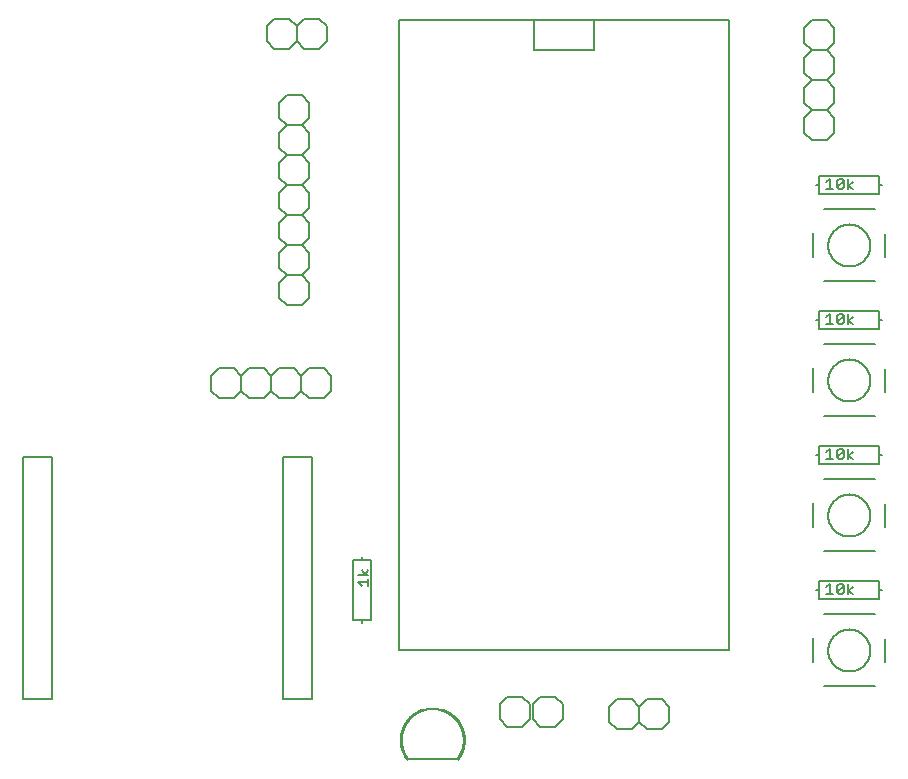
<source format=gto>
G75*
%MOIN*%
%OFA0B0*%
%FSLAX25Y25*%
%IPPOS*%
%LPD*%
%AMOC8*
5,1,8,0,0,1.08239X$1,22.5*
%
%ADD10C,0.00600*%
%ADD11C,0.00500*%
%ADD12C,0.00080*%
%ADD13C,0.00800*%
D10*
X0120347Y0078232D02*
X0123750Y0078232D01*
X0123750Y0077098D02*
X0123750Y0079366D01*
X0123750Y0080781D02*
X0120347Y0080781D01*
X0121481Y0082482D02*
X0122616Y0080781D01*
X0123750Y0082482D01*
X0120347Y0078232D02*
X0121481Y0077098D01*
X0167550Y0037550D02*
X0170050Y0040050D01*
X0175050Y0040050D01*
X0177550Y0037550D01*
X0177550Y0032550D01*
X0175050Y0030050D01*
X0170050Y0030050D01*
X0167550Y0032550D01*
X0167550Y0037550D01*
X0178550Y0037550D02*
X0178550Y0032550D01*
X0181050Y0030050D01*
X0186050Y0030050D01*
X0188550Y0032550D01*
X0188550Y0037550D01*
X0186050Y0040050D01*
X0181050Y0040050D01*
X0178550Y0037550D01*
X0204050Y0036750D02*
X0204050Y0031750D01*
X0206550Y0029250D01*
X0211550Y0029250D01*
X0214050Y0031750D01*
X0216550Y0029250D01*
X0221550Y0029250D01*
X0224050Y0031750D01*
X0224050Y0036750D01*
X0221550Y0039250D01*
X0216550Y0039250D01*
X0214050Y0036750D01*
X0214050Y0031750D01*
X0214050Y0036750D02*
X0211550Y0039250D01*
X0206550Y0039250D01*
X0204050Y0036750D01*
X0276350Y0074350D02*
X0278619Y0074350D01*
X0277484Y0074350D02*
X0277484Y0077753D01*
X0276350Y0076619D01*
X0280033Y0077186D02*
X0280033Y0074917D01*
X0282302Y0077186D01*
X0282302Y0074917D01*
X0281735Y0074350D01*
X0280600Y0074350D01*
X0280033Y0074917D01*
X0280033Y0077186D02*
X0280600Y0077753D01*
X0281735Y0077753D01*
X0282302Y0077186D01*
X0283716Y0077753D02*
X0283716Y0074350D01*
X0283716Y0075484D02*
X0285418Y0076619D01*
X0283716Y0075484D02*
X0285418Y0074350D01*
X0285418Y0119350D02*
X0283716Y0120484D01*
X0285418Y0121619D01*
X0283716Y0122753D02*
X0283716Y0119350D01*
X0282302Y0119917D02*
X0282302Y0122186D01*
X0280033Y0119917D01*
X0280600Y0119350D01*
X0281735Y0119350D01*
X0282302Y0119917D01*
X0282302Y0122186D02*
X0281735Y0122753D01*
X0280600Y0122753D01*
X0280033Y0122186D01*
X0280033Y0119917D01*
X0278619Y0119350D02*
X0276350Y0119350D01*
X0277484Y0119350D02*
X0277484Y0122753D01*
X0276350Y0121619D01*
X0276350Y0164350D02*
X0278619Y0164350D01*
X0277484Y0164350D02*
X0277484Y0167753D01*
X0276350Y0166619D01*
X0280033Y0167186D02*
X0280600Y0167753D01*
X0281735Y0167753D01*
X0282302Y0167186D01*
X0280033Y0164917D01*
X0280600Y0164350D01*
X0281735Y0164350D01*
X0282302Y0164917D01*
X0282302Y0167186D01*
X0283716Y0167753D02*
X0283716Y0164350D01*
X0283716Y0165484D02*
X0285418Y0166619D01*
X0283716Y0165484D02*
X0285418Y0164350D01*
X0280033Y0164917D02*
X0280033Y0167186D01*
X0280600Y0209350D02*
X0280033Y0209917D01*
X0282302Y0212186D01*
X0282302Y0209917D01*
X0281735Y0209350D01*
X0280600Y0209350D01*
X0280033Y0209917D02*
X0280033Y0212186D01*
X0280600Y0212753D01*
X0281735Y0212753D01*
X0282302Y0212186D01*
X0283716Y0212753D02*
X0283716Y0209350D01*
X0283716Y0210484D02*
X0285418Y0211619D01*
X0283716Y0210484D02*
X0285418Y0209350D01*
X0278619Y0209350D02*
X0276350Y0209350D01*
X0277484Y0209350D02*
X0277484Y0212753D01*
X0276350Y0211619D01*
X0276550Y0225550D02*
X0271550Y0225550D01*
X0269050Y0228050D01*
X0269050Y0233050D01*
X0271550Y0235550D01*
X0269050Y0238050D01*
X0269050Y0243050D01*
X0271550Y0245550D01*
X0276550Y0245550D01*
X0279050Y0243050D01*
X0279050Y0238050D01*
X0276550Y0235550D01*
X0279050Y0233050D01*
X0279050Y0228050D01*
X0276550Y0225550D01*
X0276550Y0235550D02*
X0271550Y0235550D01*
X0271550Y0245550D02*
X0269050Y0248050D01*
X0269050Y0253050D01*
X0271550Y0255550D01*
X0269050Y0258050D01*
X0269050Y0263050D01*
X0271550Y0265550D01*
X0276550Y0265550D01*
X0279050Y0263050D01*
X0279050Y0258050D01*
X0276550Y0255550D01*
X0279050Y0253050D01*
X0279050Y0248050D01*
X0276550Y0245550D01*
X0276550Y0255550D02*
X0271550Y0255550D01*
X0111300Y0147050D02*
X0111300Y0142050D01*
X0108800Y0139550D01*
X0103800Y0139550D01*
X0101300Y0142050D01*
X0098800Y0139550D01*
X0093800Y0139550D01*
X0091300Y0142050D01*
X0091300Y0147050D01*
X0093800Y0149550D01*
X0098800Y0149550D01*
X0101300Y0147050D01*
X0103800Y0149550D01*
X0108800Y0149550D01*
X0111300Y0147050D01*
X0101300Y0147050D02*
X0101300Y0142050D01*
X0091300Y0142050D02*
X0088800Y0139550D01*
X0083800Y0139550D01*
X0081300Y0142050D01*
X0078800Y0139550D01*
X0073800Y0139550D01*
X0071300Y0142050D01*
X0071300Y0147050D01*
X0073800Y0149550D01*
X0078800Y0149550D01*
X0081300Y0147050D01*
X0083800Y0149550D01*
X0088800Y0149550D01*
X0091300Y0147050D01*
X0081300Y0147050D02*
X0081300Y0142050D01*
X0096550Y0170550D02*
X0094050Y0173050D01*
X0094050Y0178050D01*
X0096550Y0180550D01*
X0094050Y0183050D01*
X0094050Y0188050D01*
X0096550Y0190550D01*
X0101550Y0190550D01*
X0104050Y0188050D01*
X0104050Y0183050D01*
X0101550Y0180550D01*
X0104050Y0178050D01*
X0104050Y0173050D01*
X0101550Y0170550D01*
X0096550Y0170550D01*
X0096550Y0180550D02*
X0101550Y0180550D01*
X0101550Y0190550D02*
X0104050Y0193050D01*
X0104050Y0198050D01*
X0101550Y0200550D01*
X0104050Y0203050D01*
X0104050Y0208050D01*
X0101550Y0210550D01*
X0104050Y0213050D01*
X0104050Y0218050D01*
X0101550Y0220550D01*
X0096550Y0220550D01*
X0094050Y0218050D01*
X0094050Y0213050D01*
X0096550Y0210550D01*
X0101550Y0210550D01*
X0096550Y0210550D02*
X0094050Y0208050D01*
X0094050Y0203050D01*
X0096550Y0200550D01*
X0101550Y0200550D01*
X0096550Y0200550D02*
X0094050Y0198050D01*
X0094050Y0193050D01*
X0096550Y0190550D01*
X0096550Y0220550D02*
X0094050Y0223050D01*
X0094050Y0228050D01*
X0096550Y0230550D01*
X0094050Y0233050D01*
X0094050Y0238050D01*
X0096550Y0240550D01*
X0101550Y0240550D01*
X0104050Y0238050D01*
X0104050Y0233050D01*
X0101550Y0230550D01*
X0104050Y0228050D01*
X0104050Y0223050D01*
X0101550Y0220550D01*
X0101550Y0230550D02*
X0096550Y0230550D01*
X0097300Y0256050D02*
X0092300Y0256050D01*
X0089800Y0258550D01*
X0089800Y0263550D01*
X0092300Y0266050D01*
X0097300Y0266050D01*
X0099800Y0263550D01*
X0102300Y0266050D01*
X0107300Y0266050D01*
X0109800Y0263550D01*
X0109800Y0258550D01*
X0107300Y0256050D01*
X0102300Y0256050D01*
X0099800Y0258550D01*
X0097300Y0256050D01*
X0099800Y0258550D02*
X0099800Y0263550D01*
D11*
X0134050Y0265550D02*
X0134050Y0055550D01*
X0244050Y0055550D01*
X0244050Y0265550D01*
X0199050Y0265550D01*
X0199050Y0255550D01*
X0179050Y0255550D01*
X0179050Y0265550D01*
X0199050Y0265550D01*
X0179050Y0265550D02*
X0134050Y0265550D01*
D12*
X0141811Y0036165D02*
X0142023Y0035477D01*
X0142022Y0035477D02*
X0141787Y0035401D01*
X0141553Y0035318D01*
X0141321Y0035230D01*
X0141092Y0035136D01*
X0140865Y0035036D01*
X0140641Y0034931D01*
X0140419Y0034821D01*
X0140200Y0034705D01*
X0139983Y0034583D01*
X0139770Y0034457D01*
X0139560Y0034325D01*
X0139353Y0034189D01*
X0139150Y0034047D01*
X0138950Y0033900D01*
X0138754Y0033749D01*
X0138562Y0033592D01*
X0138373Y0033431D01*
X0138189Y0033266D01*
X0138008Y0033096D01*
X0137832Y0032922D01*
X0137660Y0032743D01*
X0137493Y0032561D01*
X0137330Y0032374D01*
X0137171Y0032183D01*
X0137018Y0031989D01*
X0136869Y0031790D01*
X0136725Y0031589D01*
X0136586Y0031383D01*
X0136452Y0031175D01*
X0136323Y0030963D01*
X0136199Y0030748D01*
X0136081Y0030530D01*
X0135968Y0030310D01*
X0135861Y0030086D01*
X0135759Y0029861D01*
X0135662Y0029632D01*
X0135571Y0029402D01*
X0135486Y0029169D01*
X0135407Y0028934D01*
X0135333Y0028697D01*
X0135265Y0028459D01*
X0135203Y0028219D01*
X0135147Y0027978D01*
X0135096Y0027735D01*
X0135052Y0027491D01*
X0135014Y0027246D01*
X0134981Y0027000D01*
X0134955Y0026754D01*
X0134935Y0026507D01*
X0134920Y0026260D01*
X0134912Y0026012D01*
X0134910Y0025764D01*
X0134914Y0025516D01*
X0134924Y0025268D01*
X0134940Y0025021D01*
X0134962Y0024774D01*
X0134990Y0024528D01*
X0135024Y0024282D01*
X0135064Y0024038D01*
X0135110Y0023794D01*
X0135162Y0023552D01*
X0135220Y0023311D01*
X0135284Y0023071D01*
X0135354Y0022834D01*
X0135429Y0022597D01*
X0135510Y0022363D01*
X0135597Y0022131D01*
X0135690Y0021901D01*
X0135788Y0021673D01*
X0135891Y0021448D01*
X0136000Y0021226D01*
X0136115Y0021006D01*
X0136235Y0020789D01*
X0136360Y0020575D01*
X0136490Y0020364D01*
X0136626Y0020157D01*
X0136766Y0019952D01*
X0136911Y0019752D01*
X0137062Y0019554D01*
X0136497Y0019109D01*
X0136496Y0019109D01*
X0136335Y0019320D01*
X0136179Y0019535D01*
X0136029Y0019754D01*
X0135884Y0019976D01*
X0135744Y0020202D01*
X0135610Y0020431D01*
X0135482Y0020663D01*
X0135359Y0020899D01*
X0135242Y0021137D01*
X0135131Y0021379D01*
X0135026Y0021622D01*
X0134927Y0021869D01*
X0134833Y0022117D01*
X0134746Y0022368D01*
X0134666Y0022621D01*
X0134591Y0022876D01*
X0134523Y0023133D01*
X0134461Y0023391D01*
X0134405Y0023650D01*
X0134355Y0023911D01*
X0134313Y0024173D01*
X0134276Y0024436D01*
X0134246Y0024700D01*
X0134222Y0024965D01*
X0134205Y0025230D01*
X0134194Y0025495D01*
X0134190Y0025760D01*
X0134192Y0026026D01*
X0134201Y0026291D01*
X0134216Y0026557D01*
X0134238Y0026821D01*
X0134266Y0027085D01*
X0134301Y0027348D01*
X0134342Y0027611D01*
X0134390Y0027872D01*
X0134443Y0028132D01*
X0134504Y0028391D01*
X0134570Y0028648D01*
X0134643Y0028903D01*
X0134722Y0029157D01*
X0134807Y0029408D01*
X0134898Y0029658D01*
X0134996Y0029905D01*
X0135099Y0030149D01*
X0135208Y0030391D01*
X0135323Y0030630D01*
X0135444Y0030867D01*
X0135571Y0031100D01*
X0135704Y0031330D01*
X0135842Y0031557D01*
X0135985Y0031781D01*
X0136134Y0032000D01*
X0136288Y0032217D01*
X0136448Y0032429D01*
X0136612Y0032637D01*
X0136782Y0032841D01*
X0136957Y0033041D01*
X0137136Y0033237D01*
X0137320Y0033428D01*
X0137509Y0033615D01*
X0137703Y0033797D01*
X0137900Y0033974D01*
X0138102Y0034147D01*
X0138308Y0034314D01*
X0138519Y0034476D01*
X0138733Y0034634D01*
X0138951Y0034785D01*
X0139172Y0034932D01*
X0139397Y0035073D01*
X0139625Y0035208D01*
X0139857Y0035338D01*
X0140092Y0035462D01*
X0140330Y0035580D01*
X0140570Y0035693D01*
X0140813Y0035800D01*
X0141059Y0035900D01*
X0141307Y0035995D01*
X0141558Y0036083D01*
X0141810Y0036165D01*
X0141832Y0036094D01*
X0141581Y0036012D01*
X0141333Y0035924D01*
X0141086Y0035830D01*
X0140842Y0035730D01*
X0140601Y0035625D01*
X0140362Y0035513D01*
X0140126Y0035395D01*
X0139893Y0035272D01*
X0139663Y0035143D01*
X0139436Y0035009D01*
X0139212Y0034869D01*
X0138993Y0034723D01*
X0138776Y0034572D01*
X0138564Y0034416D01*
X0138355Y0034255D01*
X0138150Y0034089D01*
X0137950Y0033918D01*
X0137753Y0033742D01*
X0137561Y0033561D01*
X0137374Y0033376D01*
X0137191Y0033186D01*
X0137013Y0032991D01*
X0136839Y0032793D01*
X0136671Y0032590D01*
X0136507Y0032383D01*
X0136349Y0032172D01*
X0136196Y0031958D01*
X0136048Y0031739D01*
X0135905Y0031517D01*
X0135768Y0031292D01*
X0135637Y0031063D01*
X0135511Y0030832D01*
X0135391Y0030597D01*
X0135276Y0030359D01*
X0135168Y0030119D01*
X0135065Y0029876D01*
X0134968Y0029631D01*
X0134878Y0029383D01*
X0134793Y0029134D01*
X0134715Y0028882D01*
X0134642Y0028628D01*
X0134576Y0028373D01*
X0134517Y0028116D01*
X0134463Y0027858D01*
X0134416Y0027598D01*
X0134375Y0027338D01*
X0134341Y0027076D01*
X0134313Y0026814D01*
X0134291Y0026551D01*
X0134276Y0026288D01*
X0134267Y0026025D01*
X0134265Y0025761D01*
X0134269Y0025497D01*
X0134280Y0025234D01*
X0134297Y0024971D01*
X0134320Y0024708D01*
X0134350Y0024446D01*
X0134387Y0024185D01*
X0134429Y0023925D01*
X0134478Y0023665D01*
X0134534Y0023408D01*
X0134595Y0023151D01*
X0134663Y0022896D01*
X0134737Y0022643D01*
X0134818Y0022392D01*
X0134904Y0022143D01*
X0134996Y0021896D01*
X0135095Y0021651D01*
X0135199Y0021409D01*
X0135310Y0021170D01*
X0135426Y0020933D01*
X0135548Y0020699D01*
X0135675Y0020468D01*
X0135808Y0020241D01*
X0135947Y0020016D01*
X0136091Y0019796D01*
X0136240Y0019578D01*
X0136395Y0019365D01*
X0136555Y0019155D01*
X0136614Y0019202D01*
X0136455Y0019410D01*
X0136302Y0019622D01*
X0136153Y0019838D01*
X0136010Y0020057D01*
X0135872Y0020280D01*
X0135740Y0020506D01*
X0135613Y0020735D01*
X0135492Y0020967D01*
X0135377Y0021202D01*
X0135268Y0021440D01*
X0135164Y0021680D01*
X0135066Y0021923D01*
X0134974Y0022169D01*
X0134889Y0022416D01*
X0134809Y0022665D01*
X0134735Y0022917D01*
X0134668Y0023170D01*
X0134607Y0023424D01*
X0134552Y0023680D01*
X0134503Y0023938D01*
X0134461Y0024196D01*
X0134425Y0024455D01*
X0134395Y0024716D01*
X0134372Y0024976D01*
X0134355Y0025238D01*
X0134344Y0025499D01*
X0134340Y0025761D01*
X0134342Y0026023D01*
X0134351Y0026285D01*
X0134366Y0026546D01*
X0134387Y0026807D01*
X0134415Y0027068D01*
X0134449Y0027327D01*
X0134490Y0027586D01*
X0134537Y0027844D01*
X0134590Y0028100D01*
X0134649Y0028355D01*
X0134715Y0028608D01*
X0134787Y0028860D01*
X0134864Y0029110D01*
X0134948Y0029358D01*
X0135038Y0029604D01*
X0135134Y0029848D01*
X0135236Y0030089D01*
X0135344Y0030328D01*
X0135458Y0030564D01*
X0135577Y0030797D01*
X0135702Y0031027D01*
X0135833Y0031254D01*
X0135969Y0031478D01*
X0136110Y0031698D01*
X0136257Y0031915D01*
X0136409Y0032128D01*
X0136566Y0032337D01*
X0136729Y0032543D01*
X0136896Y0032744D01*
X0137068Y0032941D01*
X0137245Y0033134D01*
X0137427Y0033323D01*
X0137613Y0033507D01*
X0137804Y0033687D01*
X0137999Y0033861D01*
X0138198Y0034031D01*
X0138401Y0034196D01*
X0138609Y0034356D01*
X0138820Y0034511D01*
X0139034Y0034661D01*
X0139253Y0034805D01*
X0139475Y0034944D01*
X0139700Y0035078D01*
X0139928Y0035206D01*
X0140160Y0035328D01*
X0140394Y0035445D01*
X0140632Y0035556D01*
X0140871Y0035661D01*
X0141114Y0035760D01*
X0141358Y0035854D01*
X0141605Y0035941D01*
X0141854Y0036022D01*
X0141876Y0035950D01*
X0141629Y0035870D01*
X0141384Y0035783D01*
X0141141Y0035691D01*
X0140900Y0035592D01*
X0140662Y0035488D01*
X0140427Y0035378D01*
X0140194Y0035262D01*
X0139964Y0035140D01*
X0139737Y0035013D01*
X0139514Y0034880D01*
X0139293Y0034742D01*
X0139076Y0034599D01*
X0138863Y0034450D01*
X0138654Y0034296D01*
X0138448Y0034137D01*
X0138246Y0033974D01*
X0138048Y0033805D01*
X0137854Y0033631D01*
X0137665Y0033453D01*
X0137480Y0033270D01*
X0137300Y0033083D01*
X0137124Y0032891D01*
X0136953Y0032695D01*
X0136787Y0032495D01*
X0136626Y0032291D01*
X0136470Y0032083D01*
X0136319Y0031872D01*
X0136173Y0031656D01*
X0136032Y0031438D01*
X0135897Y0031216D01*
X0135767Y0030990D01*
X0135643Y0030762D01*
X0135525Y0030530D01*
X0135412Y0030296D01*
X0135305Y0030059D01*
X0135204Y0029819D01*
X0135109Y0029578D01*
X0135019Y0029333D01*
X0134936Y0029087D01*
X0134858Y0028839D01*
X0134787Y0028589D01*
X0134722Y0028337D01*
X0134663Y0028084D01*
X0134610Y0027829D01*
X0134564Y0027573D01*
X0134524Y0027317D01*
X0134490Y0027059D01*
X0134462Y0026800D01*
X0134441Y0026541D01*
X0134426Y0026281D01*
X0134417Y0026022D01*
X0134415Y0025762D01*
X0134419Y0025502D01*
X0134430Y0025242D01*
X0134446Y0024982D01*
X0134470Y0024723D01*
X0134499Y0024465D01*
X0134535Y0024207D01*
X0134577Y0023951D01*
X0134625Y0023695D01*
X0134680Y0023441D01*
X0134741Y0023188D01*
X0134808Y0022937D01*
X0134881Y0022688D01*
X0134960Y0022440D01*
X0135045Y0022194D01*
X0135136Y0021951D01*
X0135233Y0021709D01*
X0135336Y0021471D01*
X0135445Y0021235D01*
X0135559Y0021001D01*
X0135679Y0020770D01*
X0135805Y0020543D01*
X0135937Y0020318D01*
X0136073Y0020097D01*
X0136215Y0019880D01*
X0136363Y0019665D01*
X0136515Y0019455D01*
X0136673Y0019248D01*
X0136732Y0019294D01*
X0136575Y0019500D01*
X0136424Y0019709D01*
X0136277Y0019922D01*
X0136136Y0020138D01*
X0136001Y0020357D01*
X0135870Y0020580D01*
X0135745Y0020806D01*
X0135626Y0021035D01*
X0135512Y0021267D01*
X0135404Y0021501D01*
X0135302Y0021738D01*
X0135206Y0021978D01*
X0135115Y0022220D01*
X0135031Y0022464D01*
X0134952Y0022710D01*
X0134880Y0022957D01*
X0134813Y0023207D01*
X0134753Y0023458D01*
X0134699Y0023710D01*
X0134651Y0023964D01*
X0134609Y0024219D01*
X0134574Y0024475D01*
X0134544Y0024731D01*
X0134521Y0024988D01*
X0134505Y0025246D01*
X0134494Y0025504D01*
X0134490Y0025762D01*
X0134492Y0026020D01*
X0134501Y0026278D01*
X0134516Y0026536D01*
X0134537Y0026793D01*
X0134564Y0027050D01*
X0134598Y0027306D01*
X0134638Y0027561D01*
X0134684Y0027815D01*
X0134736Y0028068D01*
X0134795Y0028319D01*
X0134860Y0028569D01*
X0134930Y0028817D01*
X0135007Y0029064D01*
X0135090Y0029308D01*
X0135179Y0029551D01*
X0135273Y0029791D01*
X0135374Y0030029D01*
X0135480Y0030264D01*
X0135592Y0030497D01*
X0135710Y0030727D01*
X0135833Y0030954D01*
X0135962Y0031177D01*
X0136096Y0031398D01*
X0136235Y0031615D01*
X0136380Y0031829D01*
X0136530Y0032039D01*
X0136685Y0032245D01*
X0136845Y0032448D01*
X0137010Y0032647D01*
X0137180Y0032841D01*
X0137354Y0033031D01*
X0137534Y0033217D01*
X0137717Y0033399D01*
X0137905Y0033576D01*
X0138097Y0033748D01*
X0138294Y0033916D01*
X0138494Y0034079D01*
X0138698Y0034236D01*
X0138907Y0034389D01*
X0139118Y0034537D01*
X0139334Y0034679D01*
X0139553Y0034816D01*
X0139775Y0034948D01*
X0140000Y0035074D01*
X0140228Y0035195D01*
X0140459Y0035310D01*
X0140693Y0035419D01*
X0140929Y0035523D01*
X0141168Y0035621D01*
X0141410Y0035713D01*
X0141653Y0035799D01*
X0141898Y0035879D01*
X0141921Y0035807D01*
X0141677Y0035728D01*
X0141435Y0035642D01*
X0141196Y0035551D01*
X0140958Y0035454D01*
X0140724Y0035351D01*
X0140492Y0035242D01*
X0140262Y0035128D01*
X0140035Y0035008D01*
X0139812Y0034883D01*
X0139591Y0034752D01*
X0139374Y0034616D01*
X0139160Y0034475D01*
X0138950Y0034328D01*
X0138743Y0034176D01*
X0138541Y0034020D01*
X0138342Y0033858D01*
X0138147Y0033692D01*
X0137956Y0033521D01*
X0137769Y0033345D01*
X0137587Y0033165D01*
X0137409Y0032980D01*
X0137236Y0032791D01*
X0137067Y0032598D01*
X0136903Y0032401D01*
X0136745Y0032200D01*
X0136591Y0031995D01*
X0136442Y0031786D01*
X0136298Y0031574D01*
X0136159Y0031358D01*
X0136026Y0031139D01*
X0135898Y0030917D01*
X0135776Y0030692D01*
X0135659Y0030463D01*
X0135548Y0030232D01*
X0135442Y0029999D01*
X0135343Y0029763D01*
X0135249Y0029524D01*
X0135161Y0029284D01*
X0135078Y0029041D01*
X0135002Y0028796D01*
X0134932Y0028550D01*
X0134868Y0028301D01*
X0134810Y0028052D01*
X0134758Y0027801D01*
X0134712Y0027548D01*
X0134672Y0027295D01*
X0134639Y0027041D01*
X0134611Y0026786D01*
X0134590Y0026531D01*
X0134576Y0026275D01*
X0134567Y0026019D01*
X0134565Y0025762D01*
X0134569Y0025506D01*
X0134579Y0025250D01*
X0134596Y0024994D01*
X0134619Y0024739D01*
X0134648Y0024484D01*
X0134683Y0024230D01*
X0134725Y0023977D01*
X0134772Y0023725D01*
X0134826Y0023475D01*
X0134886Y0023225D01*
X0134952Y0022978D01*
X0135024Y0022732D01*
X0135102Y0022488D01*
X0135186Y0022245D01*
X0135276Y0022005D01*
X0135371Y0021768D01*
X0135473Y0021532D01*
X0135580Y0021299D01*
X0135693Y0021069D01*
X0135811Y0020842D01*
X0135935Y0020617D01*
X0136065Y0020396D01*
X0136200Y0020178D01*
X0136340Y0019963D01*
X0136485Y0019752D01*
X0136635Y0019545D01*
X0136791Y0019341D01*
X0136850Y0019387D01*
X0136695Y0019590D01*
X0136546Y0019796D01*
X0136402Y0020005D01*
X0136263Y0020219D01*
X0136129Y0020435D01*
X0136000Y0020655D01*
X0135877Y0020877D01*
X0135760Y0021103D01*
X0135648Y0021332D01*
X0135541Y0021563D01*
X0135441Y0021797D01*
X0135346Y0022033D01*
X0135256Y0022271D01*
X0135173Y0022511D01*
X0135096Y0022754D01*
X0135024Y0022998D01*
X0134959Y0023244D01*
X0134899Y0023492D01*
X0134846Y0023740D01*
X0134798Y0023990D01*
X0134757Y0024242D01*
X0134722Y0024494D01*
X0134693Y0024746D01*
X0134671Y0025000D01*
X0134654Y0025254D01*
X0134644Y0025508D01*
X0134640Y0025763D01*
X0134642Y0026017D01*
X0134651Y0026271D01*
X0134665Y0026526D01*
X0134686Y0026779D01*
X0134713Y0027032D01*
X0134746Y0027285D01*
X0134786Y0027536D01*
X0134831Y0027786D01*
X0134883Y0028036D01*
X0134941Y0028283D01*
X0135004Y0028530D01*
X0135074Y0028775D01*
X0135150Y0029018D01*
X0135231Y0029259D01*
X0135319Y0029498D01*
X0135412Y0029734D01*
X0135511Y0029969D01*
X0135616Y0030201D01*
X0135726Y0030430D01*
X0135842Y0030657D01*
X0135964Y0030880D01*
X0136091Y0031101D01*
X0136223Y0031318D01*
X0136360Y0031532D01*
X0136503Y0031743D01*
X0136651Y0031950D01*
X0136804Y0032154D01*
X0136962Y0032353D01*
X0137124Y0032549D01*
X0137292Y0032741D01*
X0137464Y0032928D01*
X0137640Y0033112D01*
X0137821Y0033291D01*
X0138006Y0033465D01*
X0138196Y0033635D01*
X0138389Y0033800D01*
X0138587Y0033961D01*
X0138788Y0034116D01*
X0138994Y0034267D01*
X0139202Y0034412D01*
X0139415Y0034553D01*
X0139630Y0034688D01*
X0139849Y0034818D01*
X0140071Y0034942D01*
X0140296Y0035061D01*
X0140524Y0035175D01*
X0140754Y0035282D01*
X0140988Y0035385D01*
X0141223Y0035481D01*
X0141461Y0035572D01*
X0141701Y0035657D01*
X0141943Y0035735D01*
X0141965Y0035664D01*
X0141725Y0035585D01*
X0141486Y0035501D01*
X0141250Y0035411D01*
X0141017Y0035315D01*
X0140785Y0035214D01*
X0140556Y0035107D01*
X0140330Y0034994D01*
X0140107Y0034876D01*
X0139886Y0034753D01*
X0139669Y0034624D01*
X0139455Y0034490D01*
X0139244Y0034350D01*
X0139037Y0034206D01*
X0138833Y0034056D01*
X0138633Y0033902D01*
X0138437Y0033743D01*
X0138245Y0033579D01*
X0138057Y0033410D01*
X0137873Y0033237D01*
X0137693Y0033059D01*
X0137518Y0032877D01*
X0137347Y0032691D01*
X0137181Y0032500D01*
X0137020Y0032306D01*
X0136863Y0032108D01*
X0136711Y0031906D01*
X0136565Y0031700D01*
X0136423Y0031491D01*
X0136286Y0031278D01*
X0136155Y0031063D01*
X0136029Y0030844D01*
X0135909Y0030622D01*
X0135793Y0030397D01*
X0135684Y0030169D01*
X0135580Y0029939D01*
X0135482Y0029706D01*
X0135389Y0029471D01*
X0135302Y0029234D01*
X0135221Y0028994D01*
X0135146Y0028753D01*
X0135077Y0028510D01*
X0135013Y0028266D01*
X0134956Y0028020D01*
X0134905Y0027772D01*
X0134860Y0027524D01*
X0134821Y0027274D01*
X0134788Y0027023D01*
X0134761Y0026772D01*
X0134740Y0026520D01*
X0134726Y0026268D01*
X0134717Y0026016D01*
X0134715Y0025763D01*
X0134719Y0025510D01*
X0134729Y0025258D01*
X0134746Y0025006D01*
X0134768Y0024754D01*
X0134797Y0024503D01*
X0134831Y0024253D01*
X0134872Y0024004D01*
X0134919Y0023755D01*
X0134972Y0023508D01*
X0135031Y0023263D01*
X0135096Y0023018D01*
X0135167Y0022776D01*
X0135244Y0022535D01*
X0135327Y0022297D01*
X0135415Y0022060D01*
X0135510Y0021826D01*
X0135610Y0021594D01*
X0135715Y0021364D01*
X0135827Y0021137D01*
X0135943Y0020913D01*
X0136066Y0020692D01*
X0136193Y0020474D01*
X0136326Y0020259D01*
X0136464Y0020047D01*
X0136607Y0019839D01*
X0136755Y0019635D01*
X0136909Y0019434D01*
X0136967Y0019480D01*
X0136815Y0019680D01*
X0136668Y0019883D01*
X0136526Y0020089D01*
X0136389Y0020299D01*
X0136257Y0020513D01*
X0136131Y0020729D01*
X0136009Y0020949D01*
X0135893Y0021171D01*
X0135783Y0021396D01*
X0135678Y0021624D01*
X0135579Y0021855D01*
X0135485Y0022087D01*
X0135397Y0022322D01*
X0135315Y0022559D01*
X0135239Y0022798D01*
X0135169Y0023039D01*
X0135104Y0023281D01*
X0135045Y0023525D01*
X0134993Y0023770D01*
X0134946Y0024017D01*
X0134906Y0024264D01*
X0134871Y0024513D01*
X0134843Y0024762D01*
X0134820Y0025012D01*
X0134804Y0025262D01*
X0134794Y0025513D01*
X0134790Y0025763D01*
X0134792Y0026014D01*
X0134801Y0026265D01*
X0134815Y0026515D01*
X0134836Y0026765D01*
X0134862Y0027015D01*
X0134895Y0027263D01*
X0134934Y0027511D01*
X0134979Y0027758D01*
X0135029Y0028003D01*
X0135086Y0028248D01*
X0135149Y0028491D01*
X0135218Y0028732D01*
X0135292Y0028971D01*
X0135373Y0029209D01*
X0135459Y0029444D01*
X0135551Y0029678D01*
X0135649Y0029909D01*
X0135752Y0030137D01*
X0135861Y0030363D01*
X0135975Y0030587D01*
X0136095Y0030807D01*
X0136220Y0031024D01*
X0136350Y0031239D01*
X0136486Y0031450D01*
X0136626Y0031657D01*
X0136772Y0031861D01*
X0136923Y0032062D01*
X0137078Y0032259D01*
X0137238Y0032452D01*
X0137403Y0032641D01*
X0137573Y0032826D01*
X0137747Y0033006D01*
X0137925Y0033183D01*
X0138108Y0033355D01*
X0138294Y0033522D01*
X0138485Y0033685D01*
X0138680Y0033843D01*
X0138878Y0033996D01*
X0139081Y0034145D01*
X0139286Y0034288D01*
X0139495Y0034426D01*
X0139708Y0034560D01*
X0139924Y0034688D01*
X0140142Y0034810D01*
X0140364Y0034927D01*
X0140589Y0035039D01*
X0140816Y0035146D01*
X0141046Y0035246D01*
X0141278Y0035341D01*
X0141512Y0035431D01*
X0141749Y0035514D01*
X0141987Y0035592D01*
X0142009Y0035520D01*
X0141772Y0035443D01*
X0141538Y0035360D01*
X0141305Y0035271D01*
X0141075Y0035177D01*
X0140847Y0035077D01*
X0140621Y0034972D01*
X0140398Y0034861D01*
X0140178Y0034744D01*
X0139961Y0034622D01*
X0139747Y0034495D01*
X0139536Y0034363D01*
X0139328Y0034226D01*
X0139124Y0034084D01*
X0138923Y0033936D01*
X0138726Y0033784D01*
X0138533Y0033627D01*
X0138344Y0033465D01*
X0138158Y0033299D01*
X0137977Y0033129D01*
X0137800Y0032953D01*
X0137627Y0032774D01*
X0137459Y0032591D01*
X0137295Y0032403D01*
X0137136Y0032211D01*
X0136982Y0032016D01*
X0136832Y0031817D01*
X0136688Y0031614D01*
X0136548Y0031408D01*
X0136414Y0031199D01*
X0136284Y0030986D01*
X0136160Y0030770D01*
X0136041Y0030551D01*
X0135928Y0030330D01*
X0135820Y0030106D01*
X0135717Y0029879D01*
X0135620Y0029649D01*
X0135529Y0029418D01*
X0135444Y0029184D01*
X0135364Y0028948D01*
X0135290Y0028710D01*
X0135221Y0028471D01*
X0135159Y0028230D01*
X0135103Y0027987D01*
X0135052Y0027744D01*
X0135008Y0027499D01*
X0134969Y0027253D01*
X0134937Y0027006D01*
X0134910Y0026758D01*
X0134890Y0026510D01*
X0134875Y0026262D01*
X0134867Y0026013D01*
X0134865Y0025764D01*
X0134869Y0025515D01*
X0134879Y0025266D01*
X0134895Y0025018D01*
X0134917Y0024770D01*
X0134945Y0024522D01*
X0134980Y0024276D01*
X0135020Y0024030D01*
X0135066Y0023785D01*
X0135118Y0023542D01*
X0135177Y0023300D01*
X0135241Y0023059D01*
X0135311Y0022820D01*
X0135386Y0022583D01*
X0135468Y0022348D01*
X0135555Y0022115D01*
X0135648Y0021884D01*
X0135747Y0021655D01*
X0135851Y0021429D01*
X0135960Y0021205D01*
X0136075Y0020985D01*
X0136196Y0020767D01*
X0136321Y0020552D01*
X0136452Y0020340D01*
X0136588Y0020131D01*
X0136729Y0019926D01*
X0136875Y0019725D01*
X0137026Y0019527D01*
X0153603Y0019109D02*
X0153038Y0019555D01*
X0153038Y0019554D02*
X0153188Y0019751D01*
X0153334Y0019952D01*
X0153474Y0020156D01*
X0153610Y0020364D01*
X0153740Y0020575D01*
X0153865Y0020789D01*
X0153985Y0021006D01*
X0154100Y0021226D01*
X0154209Y0021448D01*
X0154312Y0021673D01*
X0154410Y0021901D01*
X0154503Y0022131D01*
X0154590Y0022363D01*
X0154671Y0022597D01*
X0154746Y0022833D01*
X0154816Y0023071D01*
X0154880Y0023311D01*
X0154938Y0023552D01*
X0154990Y0023794D01*
X0155036Y0024038D01*
X0155076Y0024282D01*
X0155110Y0024528D01*
X0155138Y0024774D01*
X0155160Y0025021D01*
X0155176Y0025268D01*
X0155186Y0025516D01*
X0155190Y0025764D01*
X0155188Y0026012D01*
X0155180Y0026259D01*
X0155165Y0026507D01*
X0155145Y0026754D01*
X0155119Y0027000D01*
X0155086Y0027246D01*
X0155048Y0027491D01*
X0155004Y0027735D01*
X0154953Y0027978D01*
X0154897Y0028219D01*
X0154835Y0028459D01*
X0154767Y0028697D01*
X0154694Y0028934D01*
X0154614Y0029169D01*
X0154529Y0029402D01*
X0154438Y0029632D01*
X0154342Y0029860D01*
X0154239Y0030086D01*
X0154132Y0030310D01*
X0154019Y0030530D01*
X0153901Y0030748D01*
X0153777Y0030963D01*
X0153648Y0031175D01*
X0153514Y0031383D01*
X0153375Y0031589D01*
X0153231Y0031790D01*
X0153083Y0031988D01*
X0152929Y0032183D01*
X0152771Y0032374D01*
X0152608Y0032560D01*
X0152440Y0032743D01*
X0152268Y0032922D01*
X0152092Y0033096D01*
X0151911Y0033266D01*
X0151727Y0033431D01*
X0151538Y0033592D01*
X0151346Y0033749D01*
X0151150Y0033900D01*
X0150950Y0034047D01*
X0150747Y0034189D01*
X0150540Y0034325D01*
X0150330Y0034457D01*
X0150117Y0034583D01*
X0149901Y0034705D01*
X0149681Y0034820D01*
X0149460Y0034931D01*
X0149235Y0035036D01*
X0149008Y0035136D01*
X0148779Y0035230D01*
X0148547Y0035318D01*
X0148313Y0035401D01*
X0148078Y0035477D01*
X0148290Y0036165D01*
X0148543Y0036083D01*
X0148793Y0035995D01*
X0149041Y0035900D01*
X0149287Y0035799D01*
X0149530Y0035693D01*
X0149771Y0035580D01*
X0150008Y0035462D01*
X0150243Y0035338D01*
X0150475Y0035208D01*
X0150703Y0035073D01*
X0150928Y0034932D01*
X0151150Y0034785D01*
X0151367Y0034633D01*
X0151581Y0034476D01*
X0151792Y0034314D01*
X0151998Y0034147D01*
X0152200Y0033974D01*
X0152398Y0033797D01*
X0152591Y0033615D01*
X0152780Y0033428D01*
X0152964Y0033237D01*
X0153143Y0033041D01*
X0153318Y0032841D01*
X0153488Y0032637D01*
X0153652Y0032429D01*
X0153812Y0032216D01*
X0153966Y0032000D01*
X0154115Y0031780D01*
X0154258Y0031557D01*
X0154396Y0031330D01*
X0154529Y0031100D01*
X0154656Y0030867D01*
X0154777Y0030630D01*
X0154892Y0030391D01*
X0155001Y0030149D01*
X0155105Y0029904D01*
X0155202Y0029657D01*
X0155293Y0029408D01*
X0155378Y0029157D01*
X0155457Y0028903D01*
X0155530Y0028648D01*
X0155596Y0028391D01*
X0155657Y0028132D01*
X0155711Y0027872D01*
X0155758Y0027611D01*
X0155799Y0027348D01*
X0155834Y0027085D01*
X0155862Y0026821D01*
X0155884Y0026556D01*
X0155899Y0026291D01*
X0155908Y0026026D01*
X0155910Y0025760D01*
X0155906Y0025495D01*
X0155895Y0025229D01*
X0155878Y0024965D01*
X0155854Y0024700D01*
X0155824Y0024436D01*
X0155787Y0024173D01*
X0155744Y0023911D01*
X0155695Y0023650D01*
X0155639Y0023391D01*
X0155577Y0023132D01*
X0155509Y0022876D01*
X0155434Y0022621D01*
X0155353Y0022368D01*
X0155266Y0022117D01*
X0155173Y0021869D01*
X0155074Y0021622D01*
X0154969Y0021378D01*
X0154858Y0021137D01*
X0154741Y0020899D01*
X0154618Y0020663D01*
X0154490Y0020431D01*
X0154356Y0020202D01*
X0154216Y0019976D01*
X0154071Y0019753D01*
X0153920Y0019535D01*
X0153765Y0019320D01*
X0153604Y0019109D01*
X0153545Y0019155D01*
X0153705Y0019365D01*
X0153859Y0019578D01*
X0154009Y0019795D01*
X0154153Y0020016D01*
X0154292Y0020241D01*
X0154425Y0020468D01*
X0154552Y0020699D01*
X0154674Y0020933D01*
X0154790Y0021170D01*
X0154901Y0021409D01*
X0155005Y0021651D01*
X0155104Y0021896D01*
X0155196Y0022143D01*
X0155282Y0022392D01*
X0155363Y0022643D01*
X0155437Y0022896D01*
X0155505Y0023151D01*
X0155566Y0023407D01*
X0155622Y0023665D01*
X0155671Y0023924D01*
X0155713Y0024185D01*
X0155750Y0024446D01*
X0155780Y0024708D01*
X0155803Y0024970D01*
X0155820Y0025234D01*
X0155831Y0025497D01*
X0155835Y0025761D01*
X0155833Y0026024D01*
X0155824Y0026288D01*
X0155809Y0026551D01*
X0155787Y0026814D01*
X0155759Y0027076D01*
X0155725Y0027338D01*
X0155684Y0027598D01*
X0155637Y0027858D01*
X0155583Y0028116D01*
X0155524Y0028373D01*
X0155458Y0028628D01*
X0155385Y0028882D01*
X0155307Y0029133D01*
X0155222Y0029383D01*
X0155132Y0029631D01*
X0155035Y0029876D01*
X0154932Y0030119D01*
X0154824Y0030359D01*
X0154709Y0030597D01*
X0154589Y0030832D01*
X0154463Y0031063D01*
X0154332Y0031292D01*
X0154195Y0031517D01*
X0154052Y0031739D01*
X0153905Y0031957D01*
X0153751Y0032172D01*
X0153593Y0032383D01*
X0153429Y0032590D01*
X0153261Y0032793D01*
X0153088Y0032991D01*
X0152909Y0033186D01*
X0152726Y0033376D01*
X0152539Y0033561D01*
X0152347Y0033742D01*
X0152151Y0033918D01*
X0151950Y0034089D01*
X0151745Y0034255D01*
X0151537Y0034416D01*
X0151324Y0034572D01*
X0151108Y0034723D01*
X0150888Y0034869D01*
X0150664Y0035009D01*
X0150437Y0035143D01*
X0150207Y0035272D01*
X0149974Y0035395D01*
X0149738Y0035513D01*
X0149499Y0035624D01*
X0149258Y0035730D01*
X0149014Y0035830D01*
X0148767Y0035924D01*
X0148519Y0036012D01*
X0148268Y0036094D01*
X0148246Y0036022D01*
X0148495Y0035941D01*
X0148742Y0035854D01*
X0148986Y0035760D01*
X0149229Y0035661D01*
X0149469Y0035556D01*
X0149706Y0035445D01*
X0149940Y0035328D01*
X0150172Y0035206D01*
X0150400Y0035078D01*
X0150625Y0034944D01*
X0150847Y0034805D01*
X0151066Y0034661D01*
X0151280Y0034511D01*
X0151492Y0034356D01*
X0151699Y0034196D01*
X0151902Y0034031D01*
X0152101Y0033861D01*
X0152296Y0033686D01*
X0152487Y0033507D01*
X0152673Y0033323D01*
X0152855Y0033134D01*
X0153032Y0032941D01*
X0153204Y0032744D01*
X0153371Y0032542D01*
X0153534Y0032337D01*
X0153691Y0032128D01*
X0153843Y0031915D01*
X0153990Y0031698D01*
X0154131Y0031477D01*
X0154267Y0031254D01*
X0154398Y0031027D01*
X0154523Y0030797D01*
X0154642Y0030564D01*
X0154756Y0030328D01*
X0154864Y0030089D01*
X0154966Y0029848D01*
X0155062Y0029604D01*
X0155152Y0029358D01*
X0155236Y0029110D01*
X0155314Y0028860D01*
X0155385Y0028608D01*
X0155451Y0028355D01*
X0155510Y0028100D01*
X0155563Y0027843D01*
X0155610Y0027586D01*
X0155651Y0027327D01*
X0155685Y0027067D01*
X0155713Y0026807D01*
X0155734Y0026546D01*
X0155749Y0026285D01*
X0155758Y0026023D01*
X0155760Y0025761D01*
X0155756Y0025499D01*
X0155745Y0025238D01*
X0155728Y0024976D01*
X0155705Y0024715D01*
X0155675Y0024455D01*
X0155639Y0024196D01*
X0155597Y0023938D01*
X0155548Y0023680D01*
X0155493Y0023424D01*
X0155432Y0023170D01*
X0155365Y0022917D01*
X0155291Y0022665D01*
X0155211Y0022416D01*
X0155125Y0022168D01*
X0155034Y0021923D01*
X0154936Y0021680D01*
X0154832Y0021440D01*
X0154723Y0021202D01*
X0154607Y0020967D01*
X0154486Y0020735D01*
X0154360Y0020505D01*
X0154228Y0020279D01*
X0154090Y0020057D01*
X0153947Y0019837D01*
X0153798Y0019622D01*
X0153645Y0019410D01*
X0153486Y0019201D01*
X0153427Y0019248D01*
X0153585Y0019455D01*
X0153737Y0019665D01*
X0153885Y0019879D01*
X0154027Y0020097D01*
X0154163Y0020318D01*
X0154295Y0020543D01*
X0154420Y0020770D01*
X0154541Y0021001D01*
X0154655Y0021234D01*
X0154764Y0021471D01*
X0154867Y0021709D01*
X0154964Y0021950D01*
X0155055Y0022194D01*
X0155140Y0022440D01*
X0155219Y0022687D01*
X0155292Y0022937D01*
X0155359Y0023188D01*
X0155420Y0023441D01*
X0155475Y0023695D01*
X0155523Y0023951D01*
X0155565Y0024207D01*
X0155601Y0024465D01*
X0155630Y0024723D01*
X0155654Y0024982D01*
X0155670Y0025242D01*
X0155681Y0025501D01*
X0155685Y0025761D01*
X0155683Y0026021D01*
X0155674Y0026281D01*
X0155659Y0026541D01*
X0155638Y0026800D01*
X0155610Y0027059D01*
X0155576Y0027316D01*
X0155536Y0027573D01*
X0155490Y0027829D01*
X0155437Y0028084D01*
X0155378Y0028337D01*
X0155313Y0028589D01*
X0155242Y0028839D01*
X0155164Y0029087D01*
X0155081Y0029333D01*
X0154992Y0029577D01*
X0154896Y0029819D01*
X0154795Y0030059D01*
X0154688Y0030296D01*
X0154575Y0030530D01*
X0154457Y0030762D01*
X0154333Y0030990D01*
X0154203Y0031215D01*
X0154068Y0031438D01*
X0153927Y0031656D01*
X0153781Y0031872D01*
X0153630Y0032083D01*
X0153474Y0032291D01*
X0153313Y0032495D01*
X0153147Y0032695D01*
X0152976Y0032891D01*
X0152800Y0033083D01*
X0152620Y0033270D01*
X0152435Y0033453D01*
X0152246Y0033631D01*
X0152052Y0033805D01*
X0151854Y0033973D01*
X0151652Y0034137D01*
X0151447Y0034296D01*
X0151237Y0034450D01*
X0151024Y0034599D01*
X0150807Y0034742D01*
X0150586Y0034880D01*
X0150363Y0035013D01*
X0150136Y0035140D01*
X0149906Y0035262D01*
X0149673Y0035377D01*
X0149438Y0035488D01*
X0149200Y0035592D01*
X0148959Y0035691D01*
X0148716Y0035783D01*
X0148471Y0035870D01*
X0148224Y0035950D01*
X0148202Y0035879D01*
X0148447Y0035799D01*
X0148690Y0035713D01*
X0148932Y0035621D01*
X0149171Y0035523D01*
X0149407Y0035419D01*
X0149641Y0035310D01*
X0149872Y0035195D01*
X0150100Y0035074D01*
X0150326Y0034948D01*
X0150548Y0034816D01*
X0150766Y0034679D01*
X0150982Y0034537D01*
X0151193Y0034389D01*
X0151402Y0034236D01*
X0151606Y0034078D01*
X0151806Y0033916D01*
X0152003Y0033748D01*
X0152195Y0033576D01*
X0152383Y0033399D01*
X0152567Y0033217D01*
X0152746Y0033031D01*
X0152920Y0032841D01*
X0153090Y0032646D01*
X0153255Y0032448D01*
X0153415Y0032245D01*
X0153570Y0032039D01*
X0153720Y0031829D01*
X0153865Y0031615D01*
X0154004Y0031398D01*
X0154138Y0031177D01*
X0154267Y0030953D01*
X0154390Y0030727D01*
X0154508Y0030497D01*
X0154620Y0030264D01*
X0154726Y0030029D01*
X0154827Y0029791D01*
X0154921Y0029551D01*
X0155010Y0029308D01*
X0155093Y0029064D01*
X0155170Y0028817D01*
X0155240Y0028569D01*
X0155305Y0028319D01*
X0155364Y0028068D01*
X0155416Y0027815D01*
X0155462Y0027561D01*
X0155502Y0027306D01*
X0155536Y0027050D01*
X0155563Y0026793D01*
X0155584Y0026536D01*
X0155599Y0026278D01*
X0155608Y0026020D01*
X0155610Y0025762D01*
X0155606Y0025504D01*
X0155595Y0025246D01*
X0155579Y0024988D01*
X0155556Y0024731D01*
X0155526Y0024474D01*
X0155491Y0024219D01*
X0155449Y0023964D01*
X0155401Y0023710D01*
X0155347Y0023458D01*
X0155287Y0023207D01*
X0155220Y0022957D01*
X0155148Y0022709D01*
X0155069Y0022464D01*
X0154985Y0022220D01*
X0154894Y0021978D01*
X0154798Y0021738D01*
X0154695Y0021501D01*
X0154587Y0021267D01*
X0154474Y0021035D01*
X0154354Y0020806D01*
X0154230Y0020580D01*
X0154099Y0020357D01*
X0153963Y0020138D01*
X0153822Y0019921D01*
X0153676Y0019709D01*
X0153525Y0019500D01*
X0153368Y0019294D01*
X0153309Y0019341D01*
X0153465Y0019545D01*
X0153615Y0019752D01*
X0153760Y0019963D01*
X0153900Y0020178D01*
X0154035Y0020396D01*
X0154165Y0020617D01*
X0154288Y0020842D01*
X0154407Y0021069D01*
X0154520Y0021299D01*
X0154627Y0021532D01*
X0154728Y0021767D01*
X0154824Y0022005D01*
X0154914Y0022245D01*
X0154998Y0022487D01*
X0155076Y0022732D01*
X0155148Y0022978D01*
X0155214Y0023225D01*
X0155274Y0023475D01*
X0155328Y0023725D01*
X0155375Y0023977D01*
X0155417Y0024230D01*
X0155452Y0024484D01*
X0155481Y0024739D01*
X0155504Y0024994D01*
X0155521Y0025250D01*
X0155531Y0025506D01*
X0155535Y0025762D01*
X0155533Y0026018D01*
X0155524Y0026275D01*
X0155510Y0026531D01*
X0155489Y0026786D01*
X0155461Y0027041D01*
X0155428Y0027295D01*
X0155388Y0027548D01*
X0155342Y0027801D01*
X0155290Y0028052D01*
X0155232Y0028301D01*
X0155168Y0028549D01*
X0155098Y0028796D01*
X0155022Y0029041D01*
X0154939Y0029283D01*
X0154851Y0029524D01*
X0154757Y0029763D01*
X0154658Y0029999D01*
X0154552Y0030232D01*
X0154441Y0030463D01*
X0154324Y0030691D01*
X0154202Y0030917D01*
X0154074Y0031139D01*
X0153941Y0031358D01*
X0153802Y0031574D01*
X0153658Y0031786D01*
X0153510Y0031995D01*
X0153356Y0032199D01*
X0153197Y0032401D01*
X0153033Y0032598D01*
X0152864Y0032791D01*
X0152691Y0032980D01*
X0152513Y0033164D01*
X0152331Y0033345D01*
X0152144Y0033520D01*
X0151954Y0033692D01*
X0151759Y0033858D01*
X0151560Y0034020D01*
X0151357Y0034176D01*
X0151150Y0034328D01*
X0150940Y0034474D01*
X0150726Y0034616D01*
X0150509Y0034752D01*
X0150288Y0034883D01*
X0150065Y0035008D01*
X0149838Y0035128D01*
X0149609Y0035242D01*
X0149376Y0035351D01*
X0149142Y0035454D01*
X0148904Y0035551D01*
X0148665Y0035642D01*
X0148423Y0035728D01*
X0148179Y0035807D01*
X0148157Y0035735D01*
X0148399Y0035656D01*
X0148639Y0035572D01*
X0148877Y0035481D01*
X0149113Y0035385D01*
X0149346Y0035282D01*
X0149576Y0035175D01*
X0149804Y0035061D01*
X0150029Y0034942D01*
X0150251Y0034818D01*
X0150470Y0034688D01*
X0150685Y0034553D01*
X0150898Y0034412D01*
X0151107Y0034267D01*
X0151312Y0034116D01*
X0151513Y0033961D01*
X0151711Y0033800D01*
X0151904Y0033635D01*
X0152094Y0033465D01*
X0152279Y0033291D01*
X0152460Y0033112D01*
X0152636Y0032928D01*
X0152808Y0032741D01*
X0152976Y0032549D01*
X0153138Y0032353D01*
X0153296Y0032154D01*
X0153449Y0031950D01*
X0153597Y0031743D01*
X0153740Y0031532D01*
X0153877Y0031318D01*
X0154009Y0031101D01*
X0154136Y0030880D01*
X0154258Y0030656D01*
X0154374Y0030430D01*
X0154484Y0030201D01*
X0154589Y0029969D01*
X0154688Y0029734D01*
X0154781Y0029497D01*
X0154869Y0029258D01*
X0154950Y0029017D01*
X0155026Y0028774D01*
X0155096Y0028530D01*
X0155159Y0028283D01*
X0155217Y0028035D01*
X0155269Y0027786D01*
X0155314Y0027536D01*
X0155354Y0027284D01*
X0155387Y0027032D01*
X0155414Y0026779D01*
X0155435Y0026525D01*
X0155449Y0026271D01*
X0155458Y0026017D01*
X0155460Y0025762D01*
X0155456Y0025508D01*
X0155446Y0025254D01*
X0155429Y0025000D01*
X0155407Y0024746D01*
X0155378Y0024493D01*
X0155343Y0024241D01*
X0155301Y0023990D01*
X0155254Y0023740D01*
X0155201Y0023491D01*
X0155141Y0023244D01*
X0155076Y0022998D01*
X0155004Y0022754D01*
X0154927Y0022511D01*
X0154844Y0022271D01*
X0154754Y0022032D01*
X0154659Y0021796D01*
X0154559Y0021563D01*
X0154452Y0021332D01*
X0154340Y0021103D01*
X0154223Y0020877D01*
X0154099Y0020655D01*
X0153971Y0020435D01*
X0153837Y0020218D01*
X0153698Y0020005D01*
X0153554Y0019796D01*
X0153405Y0019590D01*
X0153250Y0019387D01*
X0153191Y0019434D01*
X0153344Y0019634D01*
X0153493Y0019839D01*
X0153636Y0020047D01*
X0153774Y0020259D01*
X0153907Y0020474D01*
X0154034Y0020692D01*
X0154157Y0020913D01*
X0154273Y0021137D01*
X0154385Y0021364D01*
X0154490Y0021593D01*
X0154590Y0021825D01*
X0154684Y0022060D01*
X0154773Y0022296D01*
X0154856Y0022535D01*
X0154933Y0022776D01*
X0155004Y0023018D01*
X0155069Y0023262D01*
X0155128Y0023508D01*
X0155181Y0023755D01*
X0155228Y0024003D01*
X0155269Y0024253D01*
X0155303Y0024503D01*
X0155332Y0024754D01*
X0155354Y0025006D01*
X0155371Y0025258D01*
X0155381Y0025510D01*
X0155385Y0025763D01*
X0155383Y0026015D01*
X0155374Y0026268D01*
X0155360Y0026520D01*
X0155339Y0026772D01*
X0155312Y0027023D01*
X0155279Y0027274D01*
X0155240Y0027523D01*
X0155195Y0027772D01*
X0155144Y0028019D01*
X0155087Y0028265D01*
X0155023Y0028510D01*
X0154954Y0028753D01*
X0154879Y0028994D01*
X0154798Y0029234D01*
X0154711Y0029471D01*
X0154619Y0029706D01*
X0154520Y0029939D01*
X0154416Y0030169D01*
X0154307Y0030397D01*
X0154191Y0030621D01*
X0154071Y0030843D01*
X0153945Y0031062D01*
X0153814Y0031278D01*
X0153677Y0031491D01*
X0153535Y0031700D01*
X0153389Y0031906D01*
X0153237Y0032108D01*
X0153080Y0032306D01*
X0152919Y0032500D01*
X0152753Y0032691D01*
X0152582Y0032877D01*
X0152407Y0033059D01*
X0152227Y0033237D01*
X0152043Y0033410D01*
X0151855Y0033578D01*
X0151663Y0033742D01*
X0151467Y0033902D01*
X0151267Y0034056D01*
X0151063Y0034206D01*
X0150856Y0034350D01*
X0150645Y0034490D01*
X0150431Y0034624D01*
X0150214Y0034753D01*
X0149993Y0034876D01*
X0149770Y0034994D01*
X0149544Y0035107D01*
X0149315Y0035214D01*
X0149084Y0035315D01*
X0148850Y0035411D01*
X0148614Y0035501D01*
X0148375Y0035585D01*
X0148135Y0035664D01*
X0148113Y0035592D01*
X0148352Y0035514D01*
X0148588Y0035431D01*
X0148822Y0035341D01*
X0149055Y0035246D01*
X0149284Y0035146D01*
X0149511Y0035039D01*
X0149736Y0034927D01*
X0149958Y0034810D01*
X0150176Y0034688D01*
X0150392Y0034560D01*
X0150605Y0034426D01*
X0150814Y0034288D01*
X0151020Y0034145D01*
X0151222Y0033996D01*
X0151420Y0033843D01*
X0151615Y0033685D01*
X0151806Y0033522D01*
X0151992Y0033354D01*
X0152175Y0033182D01*
X0152353Y0033006D01*
X0152527Y0032825D01*
X0152697Y0032641D01*
X0152862Y0032452D01*
X0153022Y0032259D01*
X0153178Y0032062D01*
X0153328Y0031861D01*
X0153474Y0031657D01*
X0153614Y0031450D01*
X0153750Y0031238D01*
X0153880Y0031024D01*
X0154005Y0030807D01*
X0154125Y0030586D01*
X0154239Y0030363D01*
X0154348Y0030137D01*
X0154451Y0029909D01*
X0154549Y0029678D01*
X0154641Y0029444D01*
X0154727Y0029209D01*
X0154808Y0028971D01*
X0154882Y0028732D01*
X0154951Y0028490D01*
X0155014Y0028248D01*
X0155071Y0028003D01*
X0155121Y0027758D01*
X0155166Y0027511D01*
X0155205Y0027263D01*
X0155238Y0027014D01*
X0155265Y0026765D01*
X0155285Y0026515D01*
X0155299Y0026265D01*
X0155308Y0026014D01*
X0155310Y0025763D01*
X0155306Y0025512D01*
X0155296Y0025262D01*
X0155280Y0025012D01*
X0155257Y0024762D01*
X0155229Y0024513D01*
X0155194Y0024264D01*
X0155154Y0024017D01*
X0155107Y0023770D01*
X0155055Y0023525D01*
X0154996Y0023281D01*
X0154931Y0023039D01*
X0154861Y0022798D01*
X0154785Y0022559D01*
X0154703Y0022322D01*
X0154615Y0022087D01*
X0154521Y0021854D01*
X0154422Y0021624D01*
X0154317Y0021396D01*
X0154206Y0021171D01*
X0154091Y0020949D01*
X0153969Y0020729D01*
X0153843Y0020513D01*
X0153711Y0020299D01*
X0153574Y0020089D01*
X0153432Y0019883D01*
X0153284Y0019679D01*
X0153132Y0019480D01*
X0153073Y0019526D01*
X0153224Y0019724D01*
X0153371Y0019926D01*
X0153512Y0020131D01*
X0153648Y0020340D01*
X0153779Y0020551D01*
X0153904Y0020766D01*
X0154025Y0020984D01*
X0154140Y0021205D01*
X0154249Y0021429D01*
X0154353Y0021655D01*
X0154452Y0021883D01*
X0154545Y0022114D01*
X0154632Y0022348D01*
X0154714Y0022583D01*
X0154789Y0022820D01*
X0154859Y0023059D01*
X0154923Y0023300D01*
X0154981Y0023542D01*
X0155034Y0023785D01*
X0155080Y0024030D01*
X0155120Y0024275D01*
X0155155Y0024522D01*
X0155183Y0024769D01*
X0155205Y0025017D01*
X0155221Y0025266D01*
X0155231Y0025515D01*
X0155235Y0025764D01*
X0155233Y0026013D01*
X0155225Y0026261D01*
X0155210Y0026510D01*
X0155190Y0026758D01*
X0155163Y0027006D01*
X0155131Y0027252D01*
X0155092Y0027498D01*
X0155048Y0027743D01*
X0154997Y0027987D01*
X0154941Y0028230D01*
X0154879Y0028471D01*
X0154810Y0028710D01*
X0154736Y0028948D01*
X0154656Y0029184D01*
X0154571Y0029418D01*
X0154480Y0029649D01*
X0154383Y0029878D01*
X0154280Y0030105D01*
X0154172Y0030330D01*
X0154059Y0030551D01*
X0153940Y0030770D01*
X0153816Y0030986D01*
X0153686Y0031199D01*
X0153552Y0031408D01*
X0153412Y0031614D01*
X0153268Y0031817D01*
X0153118Y0032016D01*
X0152964Y0032211D01*
X0152805Y0032403D01*
X0152641Y0032590D01*
X0152473Y0032774D01*
X0152300Y0032953D01*
X0152123Y0033128D01*
X0151942Y0033299D01*
X0151756Y0033465D01*
X0151567Y0033627D01*
X0151374Y0033784D01*
X0151177Y0033936D01*
X0150976Y0034083D01*
X0150772Y0034226D01*
X0150564Y0034363D01*
X0150353Y0034495D01*
X0150139Y0034622D01*
X0149922Y0034744D01*
X0149702Y0034861D01*
X0149479Y0034972D01*
X0149254Y0035077D01*
X0149025Y0035177D01*
X0148795Y0035271D01*
X0148562Y0035360D01*
X0148328Y0035443D01*
X0148091Y0035520D01*
D13*
X0008572Y0039389D02*
X0008572Y0120097D01*
X0018414Y0120097D01*
X0018414Y0039389D01*
X0008572Y0039389D01*
X0095186Y0039389D02*
X0095186Y0120097D01*
X0105028Y0120097D01*
X0105028Y0039389D01*
X0095186Y0039389D01*
X0118550Y0065550D02*
X0118550Y0085550D01*
X0121550Y0085550D01*
X0121550Y0086550D01*
X0121550Y0085550D02*
X0124550Y0085550D01*
X0124550Y0065550D01*
X0121550Y0065550D01*
X0121550Y0064550D01*
X0121550Y0065550D02*
X0118550Y0065550D01*
X0137550Y0033300D02*
X0137766Y0033480D01*
X0137986Y0033655D01*
X0138210Y0033825D01*
X0138439Y0033989D01*
X0138671Y0034147D01*
X0138907Y0034300D01*
X0139147Y0034447D01*
X0139390Y0034588D01*
X0139637Y0034723D01*
X0139886Y0034852D01*
X0140139Y0034975D01*
X0140395Y0035092D01*
X0140654Y0035203D01*
X0140915Y0035307D01*
X0141179Y0035404D01*
X0141445Y0035496D01*
X0141713Y0035580D01*
X0141983Y0035658D01*
X0142255Y0035730D01*
X0142529Y0035795D01*
X0142804Y0035853D01*
X0143080Y0035904D01*
X0143358Y0035949D01*
X0143637Y0035987D01*
X0143916Y0036018D01*
X0144196Y0036042D01*
X0144477Y0036060D01*
X0144758Y0036070D01*
X0145039Y0036074D01*
X0145320Y0036071D01*
X0145601Y0036061D01*
X0145882Y0036044D01*
X0146162Y0036020D01*
X0146442Y0035990D01*
X0146720Y0035952D01*
X0146998Y0035908D01*
X0147275Y0035857D01*
X0147550Y0035800D01*
X0147825Y0035735D01*
X0148098Y0035664D01*
X0148369Y0035586D01*
X0148639Y0035501D01*
X0148906Y0035410D01*
X0149171Y0035312D01*
X0149433Y0035208D01*
X0149693Y0035097D01*
X0149950Y0034981D01*
X0150204Y0034857D01*
X0150455Y0034728D01*
X0150702Y0034593D01*
X0150947Y0034451D01*
X0151187Y0034304D01*
X0151424Y0034150D01*
X0151658Y0033991D01*
X0151887Y0033827D01*
X0152112Y0033656D01*
X0152333Y0033481D01*
X0152550Y0033300D01*
X0147550Y0035800D02*
X0147276Y0035857D01*
X0147001Y0035908D01*
X0146724Y0035952D01*
X0146447Y0035989D01*
X0146168Y0036020D01*
X0145889Y0036043D01*
X0145610Y0036060D01*
X0145330Y0036071D01*
X0145050Y0036074D01*
X0144770Y0036071D01*
X0144490Y0036060D01*
X0144211Y0036043D01*
X0143932Y0036020D01*
X0143653Y0035989D01*
X0143376Y0035952D01*
X0143099Y0035908D01*
X0142824Y0035857D01*
X0142550Y0035800D01*
X0136804Y0019300D02*
X0153296Y0019300D01*
X0272050Y0051550D02*
X0272050Y0059597D01*
X0275550Y0067550D02*
X0292550Y0067550D01*
X0294050Y0072550D02*
X0274050Y0072550D01*
X0274050Y0075550D01*
X0273050Y0075550D01*
X0274050Y0075550D02*
X0274050Y0078550D01*
X0294050Y0078550D01*
X0294050Y0075550D01*
X0295050Y0075550D01*
X0294050Y0075550D02*
X0294050Y0072550D01*
X0296050Y0059479D02*
X0296050Y0051550D01*
X0292550Y0043550D02*
X0275550Y0043550D01*
X0277050Y0055550D02*
X0277052Y0055722D01*
X0277058Y0055893D01*
X0277069Y0056065D01*
X0277084Y0056236D01*
X0277103Y0056407D01*
X0277126Y0056577D01*
X0277153Y0056747D01*
X0277185Y0056916D01*
X0277220Y0057084D01*
X0277260Y0057251D01*
X0277304Y0057417D01*
X0277351Y0057582D01*
X0277403Y0057746D01*
X0277459Y0057908D01*
X0277519Y0058069D01*
X0277583Y0058229D01*
X0277651Y0058387D01*
X0277722Y0058543D01*
X0277797Y0058697D01*
X0277877Y0058850D01*
X0277959Y0059000D01*
X0278046Y0059149D01*
X0278136Y0059295D01*
X0278230Y0059439D01*
X0278327Y0059581D01*
X0278428Y0059720D01*
X0278532Y0059857D01*
X0278639Y0059991D01*
X0278750Y0060122D01*
X0278863Y0060251D01*
X0278980Y0060377D01*
X0279100Y0060500D01*
X0279223Y0060620D01*
X0279349Y0060737D01*
X0279478Y0060850D01*
X0279609Y0060961D01*
X0279743Y0061068D01*
X0279880Y0061172D01*
X0280019Y0061273D01*
X0280161Y0061370D01*
X0280305Y0061464D01*
X0280451Y0061554D01*
X0280600Y0061641D01*
X0280750Y0061723D01*
X0280903Y0061803D01*
X0281057Y0061878D01*
X0281213Y0061949D01*
X0281371Y0062017D01*
X0281531Y0062081D01*
X0281692Y0062141D01*
X0281854Y0062197D01*
X0282018Y0062249D01*
X0282183Y0062296D01*
X0282349Y0062340D01*
X0282516Y0062380D01*
X0282684Y0062415D01*
X0282853Y0062447D01*
X0283023Y0062474D01*
X0283193Y0062497D01*
X0283364Y0062516D01*
X0283535Y0062531D01*
X0283707Y0062542D01*
X0283878Y0062548D01*
X0284050Y0062550D01*
X0284222Y0062548D01*
X0284393Y0062542D01*
X0284565Y0062531D01*
X0284736Y0062516D01*
X0284907Y0062497D01*
X0285077Y0062474D01*
X0285247Y0062447D01*
X0285416Y0062415D01*
X0285584Y0062380D01*
X0285751Y0062340D01*
X0285917Y0062296D01*
X0286082Y0062249D01*
X0286246Y0062197D01*
X0286408Y0062141D01*
X0286569Y0062081D01*
X0286729Y0062017D01*
X0286887Y0061949D01*
X0287043Y0061878D01*
X0287197Y0061803D01*
X0287350Y0061723D01*
X0287500Y0061641D01*
X0287649Y0061554D01*
X0287795Y0061464D01*
X0287939Y0061370D01*
X0288081Y0061273D01*
X0288220Y0061172D01*
X0288357Y0061068D01*
X0288491Y0060961D01*
X0288622Y0060850D01*
X0288751Y0060737D01*
X0288877Y0060620D01*
X0289000Y0060500D01*
X0289120Y0060377D01*
X0289237Y0060251D01*
X0289350Y0060122D01*
X0289461Y0059991D01*
X0289568Y0059857D01*
X0289672Y0059720D01*
X0289773Y0059581D01*
X0289870Y0059439D01*
X0289964Y0059295D01*
X0290054Y0059149D01*
X0290141Y0059000D01*
X0290223Y0058850D01*
X0290303Y0058697D01*
X0290378Y0058543D01*
X0290449Y0058387D01*
X0290517Y0058229D01*
X0290581Y0058069D01*
X0290641Y0057908D01*
X0290697Y0057746D01*
X0290749Y0057582D01*
X0290796Y0057417D01*
X0290840Y0057251D01*
X0290880Y0057084D01*
X0290915Y0056916D01*
X0290947Y0056747D01*
X0290974Y0056577D01*
X0290997Y0056407D01*
X0291016Y0056236D01*
X0291031Y0056065D01*
X0291042Y0055893D01*
X0291048Y0055722D01*
X0291050Y0055550D01*
X0291048Y0055378D01*
X0291042Y0055207D01*
X0291031Y0055035D01*
X0291016Y0054864D01*
X0290997Y0054693D01*
X0290974Y0054523D01*
X0290947Y0054353D01*
X0290915Y0054184D01*
X0290880Y0054016D01*
X0290840Y0053849D01*
X0290796Y0053683D01*
X0290749Y0053518D01*
X0290697Y0053354D01*
X0290641Y0053192D01*
X0290581Y0053031D01*
X0290517Y0052871D01*
X0290449Y0052713D01*
X0290378Y0052557D01*
X0290303Y0052403D01*
X0290223Y0052250D01*
X0290141Y0052100D01*
X0290054Y0051951D01*
X0289964Y0051805D01*
X0289870Y0051661D01*
X0289773Y0051519D01*
X0289672Y0051380D01*
X0289568Y0051243D01*
X0289461Y0051109D01*
X0289350Y0050978D01*
X0289237Y0050849D01*
X0289120Y0050723D01*
X0289000Y0050600D01*
X0288877Y0050480D01*
X0288751Y0050363D01*
X0288622Y0050250D01*
X0288491Y0050139D01*
X0288357Y0050032D01*
X0288220Y0049928D01*
X0288081Y0049827D01*
X0287939Y0049730D01*
X0287795Y0049636D01*
X0287649Y0049546D01*
X0287500Y0049459D01*
X0287350Y0049377D01*
X0287197Y0049297D01*
X0287043Y0049222D01*
X0286887Y0049151D01*
X0286729Y0049083D01*
X0286569Y0049019D01*
X0286408Y0048959D01*
X0286246Y0048903D01*
X0286082Y0048851D01*
X0285917Y0048804D01*
X0285751Y0048760D01*
X0285584Y0048720D01*
X0285416Y0048685D01*
X0285247Y0048653D01*
X0285077Y0048626D01*
X0284907Y0048603D01*
X0284736Y0048584D01*
X0284565Y0048569D01*
X0284393Y0048558D01*
X0284222Y0048552D01*
X0284050Y0048550D01*
X0283878Y0048552D01*
X0283707Y0048558D01*
X0283535Y0048569D01*
X0283364Y0048584D01*
X0283193Y0048603D01*
X0283023Y0048626D01*
X0282853Y0048653D01*
X0282684Y0048685D01*
X0282516Y0048720D01*
X0282349Y0048760D01*
X0282183Y0048804D01*
X0282018Y0048851D01*
X0281854Y0048903D01*
X0281692Y0048959D01*
X0281531Y0049019D01*
X0281371Y0049083D01*
X0281213Y0049151D01*
X0281057Y0049222D01*
X0280903Y0049297D01*
X0280750Y0049377D01*
X0280600Y0049459D01*
X0280451Y0049546D01*
X0280305Y0049636D01*
X0280161Y0049730D01*
X0280019Y0049827D01*
X0279880Y0049928D01*
X0279743Y0050032D01*
X0279609Y0050139D01*
X0279478Y0050250D01*
X0279349Y0050363D01*
X0279223Y0050480D01*
X0279100Y0050600D01*
X0278980Y0050723D01*
X0278863Y0050849D01*
X0278750Y0050978D01*
X0278639Y0051109D01*
X0278532Y0051243D01*
X0278428Y0051380D01*
X0278327Y0051519D01*
X0278230Y0051661D01*
X0278136Y0051805D01*
X0278046Y0051951D01*
X0277959Y0052100D01*
X0277877Y0052250D01*
X0277797Y0052403D01*
X0277722Y0052557D01*
X0277651Y0052713D01*
X0277583Y0052871D01*
X0277519Y0053031D01*
X0277459Y0053192D01*
X0277403Y0053354D01*
X0277351Y0053518D01*
X0277304Y0053683D01*
X0277260Y0053849D01*
X0277220Y0054016D01*
X0277185Y0054184D01*
X0277153Y0054353D01*
X0277126Y0054523D01*
X0277103Y0054693D01*
X0277084Y0054864D01*
X0277069Y0055035D01*
X0277058Y0055207D01*
X0277052Y0055378D01*
X0277050Y0055550D01*
X0275550Y0088550D02*
X0292550Y0088550D01*
X0296050Y0096550D02*
X0296050Y0104479D01*
X0292550Y0112550D02*
X0275550Y0112550D01*
X0274050Y0117550D02*
X0274050Y0120550D01*
X0273050Y0120550D01*
X0274050Y0120550D02*
X0274050Y0123550D01*
X0294050Y0123550D01*
X0294050Y0120550D01*
X0295050Y0120550D01*
X0294050Y0120550D02*
X0294050Y0117550D01*
X0274050Y0117550D01*
X0272050Y0104597D02*
X0272050Y0096550D01*
X0277050Y0100550D02*
X0277052Y0100722D01*
X0277058Y0100893D01*
X0277069Y0101065D01*
X0277084Y0101236D01*
X0277103Y0101407D01*
X0277126Y0101577D01*
X0277153Y0101747D01*
X0277185Y0101916D01*
X0277220Y0102084D01*
X0277260Y0102251D01*
X0277304Y0102417D01*
X0277351Y0102582D01*
X0277403Y0102746D01*
X0277459Y0102908D01*
X0277519Y0103069D01*
X0277583Y0103229D01*
X0277651Y0103387D01*
X0277722Y0103543D01*
X0277797Y0103697D01*
X0277877Y0103850D01*
X0277959Y0104000D01*
X0278046Y0104149D01*
X0278136Y0104295D01*
X0278230Y0104439D01*
X0278327Y0104581D01*
X0278428Y0104720D01*
X0278532Y0104857D01*
X0278639Y0104991D01*
X0278750Y0105122D01*
X0278863Y0105251D01*
X0278980Y0105377D01*
X0279100Y0105500D01*
X0279223Y0105620D01*
X0279349Y0105737D01*
X0279478Y0105850D01*
X0279609Y0105961D01*
X0279743Y0106068D01*
X0279880Y0106172D01*
X0280019Y0106273D01*
X0280161Y0106370D01*
X0280305Y0106464D01*
X0280451Y0106554D01*
X0280600Y0106641D01*
X0280750Y0106723D01*
X0280903Y0106803D01*
X0281057Y0106878D01*
X0281213Y0106949D01*
X0281371Y0107017D01*
X0281531Y0107081D01*
X0281692Y0107141D01*
X0281854Y0107197D01*
X0282018Y0107249D01*
X0282183Y0107296D01*
X0282349Y0107340D01*
X0282516Y0107380D01*
X0282684Y0107415D01*
X0282853Y0107447D01*
X0283023Y0107474D01*
X0283193Y0107497D01*
X0283364Y0107516D01*
X0283535Y0107531D01*
X0283707Y0107542D01*
X0283878Y0107548D01*
X0284050Y0107550D01*
X0284222Y0107548D01*
X0284393Y0107542D01*
X0284565Y0107531D01*
X0284736Y0107516D01*
X0284907Y0107497D01*
X0285077Y0107474D01*
X0285247Y0107447D01*
X0285416Y0107415D01*
X0285584Y0107380D01*
X0285751Y0107340D01*
X0285917Y0107296D01*
X0286082Y0107249D01*
X0286246Y0107197D01*
X0286408Y0107141D01*
X0286569Y0107081D01*
X0286729Y0107017D01*
X0286887Y0106949D01*
X0287043Y0106878D01*
X0287197Y0106803D01*
X0287350Y0106723D01*
X0287500Y0106641D01*
X0287649Y0106554D01*
X0287795Y0106464D01*
X0287939Y0106370D01*
X0288081Y0106273D01*
X0288220Y0106172D01*
X0288357Y0106068D01*
X0288491Y0105961D01*
X0288622Y0105850D01*
X0288751Y0105737D01*
X0288877Y0105620D01*
X0289000Y0105500D01*
X0289120Y0105377D01*
X0289237Y0105251D01*
X0289350Y0105122D01*
X0289461Y0104991D01*
X0289568Y0104857D01*
X0289672Y0104720D01*
X0289773Y0104581D01*
X0289870Y0104439D01*
X0289964Y0104295D01*
X0290054Y0104149D01*
X0290141Y0104000D01*
X0290223Y0103850D01*
X0290303Y0103697D01*
X0290378Y0103543D01*
X0290449Y0103387D01*
X0290517Y0103229D01*
X0290581Y0103069D01*
X0290641Y0102908D01*
X0290697Y0102746D01*
X0290749Y0102582D01*
X0290796Y0102417D01*
X0290840Y0102251D01*
X0290880Y0102084D01*
X0290915Y0101916D01*
X0290947Y0101747D01*
X0290974Y0101577D01*
X0290997Y0101407D01*
X0291016Y0101236D01*
X0291031Y0101065D01*
X0291042Y0100893D01*
X0291048Y0100722D01*
X0291050Y0100550D01*
X0291048Y0100378D01*
X0291042Y0100207D01*
X0291031Y0100035D01*
X0291016Y0099864D01*
X0290997Y0099693D01*
X0290974Y0099523D01*
X0290947Y0099353D01*
X0290915Y0099184D01*
X0290880Y0099016D01*
X0290840Y0098849D01*
X0290796Y0098683D01*
X0290749Y0098518D01*
X0290697Y0098354D01*
X0290641Y0098192D01*
X0290581Y0098031D01*
X0290517Y0097871D01*
X0290449Y0097713D01*
X0290378Y0097557D01*
X0290303Y0097403D01*
X0290223Y0097250D01*
X0290141Y0097100D01*
X0290054Y0096951D01*
X0289964Y0096805D01*
X0289870Y0096661D01*
X0289773Y0096519D01*
X0289672Y0096380D01*
X0289568Y0096243D01*
X0289461Y0096109D01*
X0289350Y0095978D01*
X0289237Y0095849D01*
X0289120Y0095723D01*
X0289000Y0095600D01*
X0288877Y0095480D01*
X0288751Y0095363D01*
X0288622Y0095250D01*
X0288491Y0095139D01*
X0288357Y0095032D01*
X0288220Y0094928D01*
X0288081Y0094827D01*
X0287939Y0094730D01*
X0287795Y0094636D01*
X0287649Y0094546D01*
X0287500Y0094459D01*
X0287350Y0094377D01*
X0287197Y0094297D01*
X0287043Y0094222D01*
X0286887Y0094151D01*
X0286729Y0094083D01*
X0286569Y0094019D01*
X0286408Y0093959D01*
X0286246Y0093903D01*
X0286082Y0093851D01*
X0285917Y0093804D01*
X0285751Y0093760D01*
X0285584Y0093720D01*
X0285416Y0093685D01*
X0285247Y0093653D01*
X0285077Y0093626D01*
X0284907Y0093603D01*
X0284736Y0093584D01*
X0284565Y0093569D01*
X0284393Y0093558D01*
X0284222Y0093552D01*
X0284050Y0093550D01*
X0283878Y0093552D01*
X0283707Y0093558D01*
X0283535Y0093569D01*
X0283364Y0093584D01*
X0283193Y0093603D01*
X0283023Y0093626D01*
X0282853Y0093653D01*
X0282684Y0093685D01*
X0282516Y0093720D01*
X0282349Y0093760D01*
X0282183Y0093804D01*
X0282018Y0093851D01*
X0281854Y0093903D01*
X0281692Y0093959D01*
X0281531Y0094019D01*
X0281371Y0094083D01*
X0281213Y0094151D01*
X0281057Y0094222D01*
X0280903Y0094297D01*
X0280750Y0094377D01*
X0280600Y0094459D01*
X0280451Y0094546D01*
X0280305Y0094636D01*
X0280161Y0094730D01*
X0280019Y0094827D01*
X0279880Y0094928D01*
X0279743Y0095032D01*
X0279609Y0095139D01*
X0279478Y0095250D01*
X0279349Y0095363D01*
X0279223Y0095480D01*
X0279100Y0095600D01*
X0278980Y0095723D01*
X0278863Y0095849D01*
X0278750Y0095978D01*
X0278639Y0096109D01*
X0278532Y0096243D01*
X0278428Y0096380D01*
X0278327Y0096519D01*
X0278230Y0096661D01*
X0278136Y0096805D01*
X0278046Y0096951D01*
X0277959Y0097100D01*
X0277877Y0097250D01*
X0277797Y0097403D01*
X0277722Y0097557D01*
X0277651Y0097713D01*
X0277583Y0097871D01*
X0277519Y0098031D01*
X0277459Y0098192D01*
X0277403Y0098354D01*
X0277351Y0098518D01*
X0277304Y0098683D01*
X0277260Y0098849D01*
X0277220Y0099016D01*
X0277185Y0099184D01*
X0277153Y0099353D01*
X0277126Y0099523D01*
X0277103Y0099693D01*
X0277084Y0099864D01*
X0277069Y0100035D01*
X0277058Y0100207D01*
X0277052Y0100378D01*
X0277050Y0100550D01*
X0275550Y0133550D02*
X0292550Y0133550D01*
X0296050Y0141550D02*
X0296050Y0149479D01*
X0292550Y0157550D02*
X0275550Y0157550D01*
X0274050Y0162550D02*
X0274050Y0165550D01*
X0273050Y0165550D01*
X0274050Y0165550D02*
X0274050Y0168550D01*
X0294050Y0168550D01*
X0294050Y0165550D01*
X0295050Y0165550D01*
X0294050Y0165550D02*
X0294050Y0162550D01*
X0274050Y0162550D01*
X0272050Y0149597D02*
X0272050Y0141550D01*
X0277050Y0145550D02*
X0277052Y0145722D01*
X0277058Y0145893D01*
X0277069Y0146065D01*
X0277084Y0146236D01*
X0277103Y0146407D01*
X0277126Y0146577D01*
X0277153Y0146747D01*
X0277185Y0146916D01*
X0277220Y0147084D01*
X0277260Y0147251D01*
X0277304Y0147417D01*
X0277351Y0147582D01*
X0277403Y0147746D01*
X0277459Y0147908D01*
X0277519Y0148069D01*
X0277583Y0148229D01*
X0277651Y0148387D01*
X0277722Y0148543D01*
X0277797Y0148697D01*
X0277877Y0148850D01*
X0277959Y0149000D01*
X0278046Y0149149D01*
X0278136Y0149295D01*
X0278230Y0149439D01*
X0278327Y0149581D01*
X0278428Y0149720D01*
X0278532Y0149857D01*
X0278639Y0149991D01*
X0278750Y0150122D01*
X0278863Y0150251D01*
X0278980Y0150377D01*
X0279100Y0150500D01*
X0279223Y0150620D01*
X0279349Y0150737D01*
X0279478Y0150850D01*
X0279609Y0150961D01*
X0279743Y0151068D01*
X0279880Y0151172D01*
X0280019Y0151273D01*
X0280161Y0151370D01*
X0280305Y0151464D01*
X0280451Y0151554D01*
X0280600Y0151641D01*
X0280750Y0151723D01*
X0280903Y0151803D01*
X0281057Y0151878D01*
X0281213Y0151949D01*
X0281371Y0152017D01*
X0281531Y0152081D01*
X0281692Y0152141D01*
X0281854Y0152197D01*
X0282018Y0152249D01*
X0282183Y0152296D01*
X0282349Y0152340D01*
X0282516Y0152380D01*
X0282684Y0152415D01*
X0282853Y0152447D01*
X0283023Y0152474D01*
X0283193Y0152497D01*
X0283364Y0152516D01*
X0283535Y0152531D01*
X0283707Y0152542D01*
X0283878Y0152548D01*
X0284050Y0152550D01*
X0284222Y0152548D01*
X0284393Y0152542D01*
X0284565Y0152531D01*
X0284736Y0152516D01*
X0284907Y0152497D01*
X0285077Y0152474D01*
X0285247Y0152447D01*
X0285416Y0152415D01*
X0285584Y0152380D01*
X0285751Y0152340D01*
X0285917Y0152296D01*
X0286082Y0152249D01*
X0286246Y0152197D01*
X0286408Y0152141D01*
X0286569Y0152081D01*
X0286729Y0152017D01*
X0286887Y0151949D01*
X0287043Y0151878D01*
X0287197Y0151803D01*
X0287350Y0151723D01*
X0287500Y0151641D01*
X0287649Y0151554D01*
X0287795Y0151464D01*
X0287939Y0151370D01*
X0288081Y0151273D01*
X0288220Y0151172D01*
X0288357Y0151068D01*
X0288491Y0150961D01*
X0288622Y0150850D01*
X0288751Y0150737D01*
X0288877Y0150620D01*
X0289000Y0150500D01*
X0289120Y0150377D01*
X0289237Y0150251D01*
X0289350Y0150122D01*
X0289461Y0149991D01*
X0289568Y0149857D01*
X0289672Y0149720D01*
X0289773Y0149581D01*
X0289870Y0149439D01*
X0289964Y0149295D01*
X0290054Y0149149D01*
X0290141Y0149000D01*
X0290223Y0148850D01*
X0290303Y0148697D01*
X0290378Y0148543D01*
X0290449Y0148387D01*
X0290517Y0148229D01*
X0290581Y0148069D01*
X0290641Y0147908D01*
X0290697Y0147746D01*
X0290749Y0147582D01*
X0290796Y0147417D01*
X0290840Y0147251D01*
X0290880Y0147084D01*
X0290915Y0146916D01*
X0290947Y0146747D01*
X0290974Y0146577D01*
X0290997Y0146407D01*
X0291016Y0146236D01*
X0291031Y0146065D01*
X0291042Y0145893D01*
X0291048Y0145722D01*
X0291050Y0145550D01*
X0291048Y0145378D01*
X0291042Y0145207D01*
X0291031Y0145035D01*
X0291016Y0144864D01*
X0290997Y0144693D01*
X0290974Y0144523D01*
X0290947Y0144353D01*
X0290915Y0144184D01*
X0290880Y0144016D01*
X0290840Y0143849D01*
X0290796Y0143683D01*
X0290749Y0143518D01*
X0290697Y0143354D01*
X0290641Y0143192D01*
X0290581Y0143031D01*
X0290517Y0142871D01*
X0290449Y0142713D01*
X0290378Y0142557D01*
X0290303Y0142403D01*
X0290223Y0142250D01*
X0290141Y0142100D01*
X0290054Y0141951D01*
X0289964Y0141805D01*
X0289870Y0141661D01*
X0289773Y0141519D01*
X0289672Y0141380D01*
X0289568Y0141243D01*
X0289461Y0141109D01*
X0289350Y0140978D01*
X0289237Y0140849D01*
X0289120Y0140723D01*
X0289000Y0140600D01*
X0288877Y0140480D01*
X0288751Y0140363D01*
X0288622Y0140250D01*
X0288491Y0140139D01*
X0288357Y0140032D01*
X0288220Y0139928D01*
X0288081Y0139827D01*
X0287939Y0139730D01*
X0287795Y0139636D01*
X0287649Y0139546D01*
X0287500Y0139459D01*
X0287350Y0139377D01*
X0287197Y0139297D01*
X0287043Y0139222D01*
X0286887Y0139151D01*
X0286729Y0139083D01*
X0286569Y0139019D01*
X0286408Y0138959D01*
X0286246Y0138903D01*
X0286082Y0138851D01*
X0285917Y0138804D01*
X0285751Y0138760D01*
X0285584Y0138720D01*
X0285416Y0138685D01*
X0285247Y0138653D01*
X0285077Y0138626D01*
X0284907Y0138603D01*
X0284736Y0138584D01*
X0284565Y0138569D01*
X0284393Y0138558D01*
X0284222Y0138552D01*
X0284050Y0138550D01*
X0283878Y0138552D01*
X0283707Y0138558D01*
X0283535Y0138569D01*
X0283364Y0138584D01*
X0283193Y0138603D01*
X0283023Y0138626D01*
X0282853Y0138653D01*
X0282684Y0138685D01*
X0282516Y0138720D01*
X0282349Y0138760D01*
X0282183Y0138804D01*
X0282018Y0138851D01*
X0281854Y0138903D01*
X0281692Y0138959D01*
X0281531Y0139019D01*
X0281371Y0139083D01*
X0281213Y0139151D01*
X0281057Y0139222D01*
X0280903Y0139297D01*
X0280750Y0139377D01*
X0280600Y0139459D01*
X0280451Y0139546D01*
X0280305Y0139636D01*
X0280161Y0139730D01*
X0280019Y0139827D01*
X0279880Y0139928D01*
X0279743Y0140032D01*
X0279609Y0140139D01*
X0279478Y0140250D01*
X0279349Y0140363D01*
X0279223Y0140480D01*
X0279100Y0140600D01*
X0278980Y0140723D01*
X0278863Y0140849D01*
X0278750Y0140978D01*
X0278639Y0141109D01*
X0278532Y0141243D01*
X0278428Y0141380D01*
X0278327Y0141519D01*
X0278230Y0141661D01*
X0278136Y0141805D01*
X0278046Y0141951D01*
X0277959Y0142100D01*
X0277877Y0142250D01*
X0277797Y0142403D01*
X0277722Y0142557D01*
X0277651Y0142713D01*
X0277583Y0142871D01*
X0277519Y0143031D01*
X0277459Y0143192D01*
X0277403Y0143354D01*
X0277351Y0143518D01*
X0277304Y0143683D01*
X0277260Y0143849D01*
X0277220Y0144016D01*
X0277185Y0144184D01*
X0277153Y0144353D01*
X0277126Y0144523D01*
X0277103Y0144693D01*
X0277084Y0144864D01*
X0277069Y0145035D01*
X0277058Y0145207D01*
X0277052Y0145378D01*
X0277050Y0145550D01*
X0275550Y0178550D02*
X0292550Y0178550D01*
X0296050Y0186550D02*
X0296050Y0194479D01*
X0292550Y0202550D02*
X0275550Y0202550D01*
X0274050Y0207550D02*
X0274050Y0210550D01*
X0273050Y0210550D01*
X0274050Y0210550D02*
X0274050Y0213550D01*
X0294050Y0213550D01*
X0294050Y0210550D01*
X0295050Y0210550D01*
X0294050Y0210550D02*
X0294050Y0207550D01*
X0274050Y0207550D01*
X0272050Y0194597D02*
X0272050Y0186550D01*
X0277050Y0190550D02*
X0277052Y0190722D01*
X0277058Y0190893D01*
X0277069Y0191065D01*
X0277084Y0191236D01*
X0277103Y0191407D01*
X0277126Y0191577D01*
X0277153Y0191747D01*
X0277185Y0191916D01*
X0277220Y0192084D01*
X0277260Y0192251D01*
X0277304Y0192417D01*
X0277351Y0192582D01*
X0277403Y0192746D01*
X0277459Y0192908D01*
X0277519Y0193069D01*
X0277583Y0193229D01*
X0277651Y0193387D01*
X0277722Y0193543D01*
X0277797Y0193697D01*
X0277877Y0193850D01*
X0277959Y0194000D01*
X0278046Y0194149D01*
X0278136Y0194295D01*
X0278230Y0194439D01*
X0278327Y0194581D01*
X0278428Y0194720D01*
X0278532Y0194857D01*
X0278639Y0194991D01*
X0278750Y0195122D01*
X0278863Y0195251D01*
X0278980Y0195377D01*
X0279100Y0195500D01*
X0279223Y0195620D01*
X0279349Y0195737D01*
X0279478Y0195850D01*
X0279609Y0195961D01*
X0279743Y0196068D01*
X0279880Y0196172D01*
X0280019Y0196273D01*
X0280161Y0196370D01*
X0280305Y0196464D01*
X0280451Y0196554D01*
X0280600Y0196641D01*
X0280750Y0196723D01*
X0280903Y0196803D01*
X0281057Y0196878D01*
X0281213Y0196949D01*
X0281371Y0197017D01*
X0281531Y0197081D01*
X0281692Y0197141D01*
X0281854Y0197197D01*
X0282018Y0197249D01*
X0282183Y0197296D01*
X0282349Y0197340D01*
X0282516Y0197380D01*
X0282684Y0197415D01*
X0282853Y0197447D01*
X0283023Y0197474D01*
X0283193Y0197497D01*
X0283364Y0197516D01*
X0283535Y0197531D01*
X0283707Y0197542D01*
X0283878Y0197548D01*
X0284050Y0197550D01*
X0284222Y0197548D01*
X0284393Y0197542D01*
X0284565Y0197531D01*
X0284736Y0197516D01*
X0284907Y0197497D01*
X0285077Y0197474D01*
X0285247Y0197447D01*
X0285416Y0197415D01*
X0285584Y0197380D01*
X0285751Y0197340D01*
X0285917Y0197296D01*
X0286082Y0197249D01*
X0286246Y0197197D01*
X0286408Y0197141D01*
X0286569Y0197081D01*
X0286729Y0197017D01*
X0286887Y0196949D01*
X0287043Y0196878D01*
X0287197Y0196803D01*
X0287350Y0196723D01*
X0287500Y0196641D01*
X0287649Y0196554D01*
X0287795Y0196464D01*
X0287939Y0196370D01*
X0288081Y0196273D01*
X0288220Y0196172D01*
X0288357Y0196068D01*
X0288491Y0195961D01*
X0288622Y0195850D01*
X0288751Y0195737D01*
X0288877Y0195620D01*
X0289000Y0195500D01*
X0289120Y0195377D01*
X0289237Y0195251D01*
X0289350Y0195122D01*
X0289461Y0194991D01*
X0289568Y0194857D01*
X0289672Y0194720D01*
X0289773Y0194581D01*
X0289870Y0194439D01*
X0289964Y0194295D01*
X0290054Y0194149D01*
X0290141Y0194000D01*
X0290223Y0193850D01*
X0290303Y0193697D01*
X0290378Y0193543D01*
X0290449Y0193387D01*
X0290517Y0193229D01*
X0290581Y0193069D01*
X0290641Y0192908D01*
X0290697Y0192746D01*
X0290749Y0192582D01*
X0290796Y0192417D01*
X0290840Y0192251D01*
X0290880Y0192084D01*
X0290915Y0191916D01*
X0290947Y0191747D01*
X0290974Y0191577D01*
X0290997Y0191407D01*
X0291016Y0191236D01*
X0291031Y0191065D01*
X0291042Y0190893D01*
X0291048Y0190722D01*
X0291050Y0190550D01*
X0291048Y0190378D01*
X0291042Y0190207D01*
X0291031Y0190035D01*
X0291016Y0189864D01*
X0290997Y0189693D01*
X0290974Y0189523D01*
X0290947Y0189353D01*
X0290915Y0189184D01*
X0290880Y0189016D01*
X0290840Y0188849D01*
X0290796Y0188683D01*
X0290749Y0188518D01*
X0290697Y0188354D01*
X0290641Y0188192D01*
X0290581Y0188031D01*
X0290517Y0187871D01*
X0290449Y0187713D01*
X0290378Y0187557D01*
X0290303Y0187403D01*
X0290223Y0187250D01*
X0290141Y0187100D01*
X0290054Y0186951D01*
X0289964Y0186805D01*
X0289870Y0186661D01*
X0289773Y0186519D01*
X0289672Y0186380D01*
X0289568Y0186243D01*
X0289461Y0186109D01*
X0289350Y0185978D01*
X0289237Y0185849D01*
X0289120Y0185723D01*
X0289000Y0185600D01*
X0288877Y0185480D01*
X0288751Y0185363D01*
X0288622Y0185250D01*
X0288491Y0185139D01*
X0288357Y0185032D01*
X0288220Y0184928D01*
X0288081Y0184827D01*
X0287939Y0184730D01*
X0287795Y0184636D01*
X0287649Y0184546D01*
X0287500Y0184459D01*
X0287350Y0184377D01*
X0287197Y0184297D01*
X0287043Y0184222D01*
X0286887Y0184151D01*
X0286729Y0184083D01*
X0286569Y0184019D01*
X0286408Y0183959D01*
X0286246Y0183903D01*
X0286082Y0183851D01*
X0285917Y0183804D01*
X0285751Y0183760D01*
X0285584Y0183720D01*
X0285416Y0183685D01*
X0285247Y0183653D01*
X0285077Y0183626D01*
X0284907Y0183603D01*
X0284736Y0183584D01*
X0284565Y0183569D01*
X0284393Y0183558D01*
X0284222Y0183552D01*
X0284050Y0183550D01*
X0283878Y0183552D01*
X0283707Y0183558D01*
X0283535Y0183569D01*
X0283364Y0183584D01*
X0283193Y0183603D01*
X0283023Y0183626D01*
X0282853Y0183653D01*
X0282684Y0183685D01*
X0282516Y0183720D01*
X0282349Y0183760D01*
X0282183Y0183804D01*
X0282018Y0183851D01*
X0281854Y0183903D01*
X0281692Y0183959D01*
X0281531Y0184019D01*
X0281371Y0184083D01*
X0281213Y0184151D01*
X0281057Y0184222D01*
X0280903Y0184297D01*
X0280750Y0184377D01*
X0280600Y0184459D01*
X0280451Y0184546D01*
X0280305Y0184636D01*
X0280161Y0184730D01*
X0280019Y0184827D01*
X0279880Y0184928D01*
X0279743Y0185032D01*
X0279609Y0185139D01*
X0279478Y0185250D01*
X0279349Y0185363D01*
X0279223Y0185480D01*
X0279100Y0185600D01*
X0278980Y0185723D01*
X0278863Y0185849D01*
X0278750Y0185978D01*
X0278639Y0186109D01*
X0278532Y0186243D01*
X0278428Y0186380D01*
X0278327Y0186519D01*
X0278230Y0186661D01*
X0278136Y0186805D01*
X0278046Y0186951D01*
X0277959Y0187100D01*
X0277877Y0187250D01*
X0277797Y0187403D01*
X0277722Y0187557D01*
X0277651Y0187713D01*
X0277583Y0187871D01*
X0277519Y0188031D01*
X0277459Y0188192D01*
X0277403Y0188354D01*
X0277351Y0188518D01*
X0277304Y0188683D01*
X0277260Y0188849D01*
X0277220Y0189016D01*
X0277185Y0189184D01*
X0277153Y0189353D01*
X0277126Y0189523D01*
X0277103Y0189693D01*
X0277084Y0189864D01*
X0277069Y0190035D01*
X0277058Y0190207D01*
X0277052Y0190378D01*
X0277050Y0190550D01*
M02*

</source>
